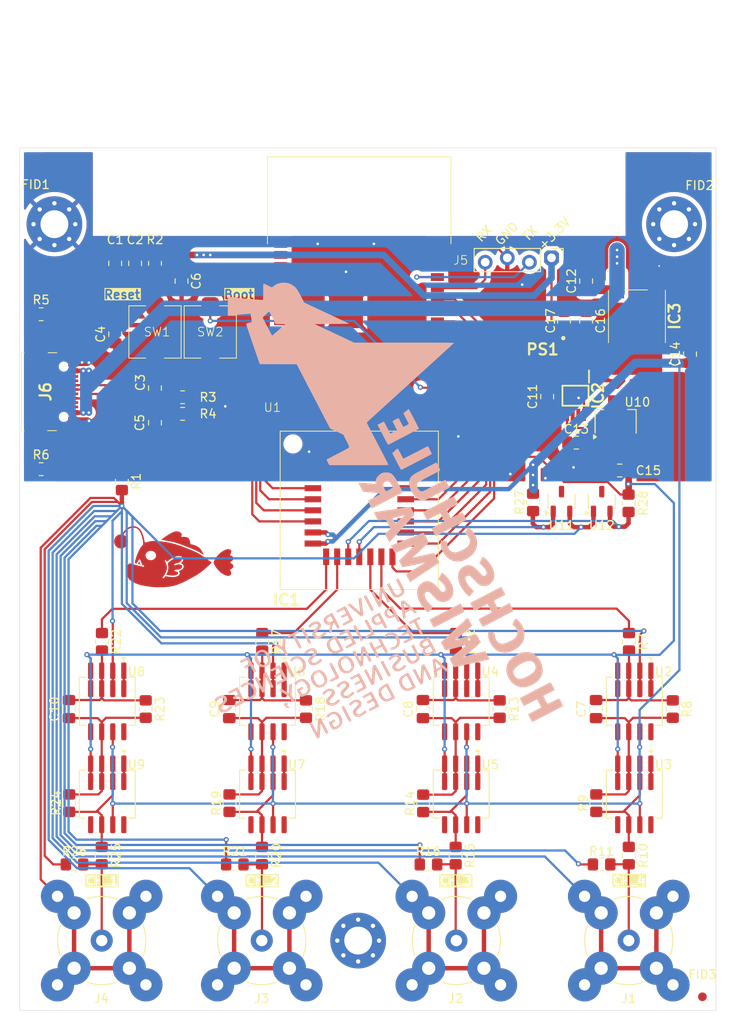
<source format=kicad_pcb>
(kicad_pcb (version 20240108) (generator "pcbnew") (generator_version "8.0")
  (layers (0 "F.Cu" signal) (31 "B.Cu" signal) (34 "B.Paste" user) (35 "F.Paste" user) (36 "B.SilkS" user "B.Silkscreen") (37 "F.SilkS" user "F.Silkscreen") (38 "B.Mask" user) (39 "F.Mask" user) (44 "Edge.Cuts" user))
  (net 0 "")
  (net 1 "GND")
  (net 2 "+3.3V")
  (net 3 "/ESP32-S3/USB_DM")
  (net 4 "/ESP32-S3/EN")
  (net 5 "/ESP32-S3/USB_DP")
  (net 6 "Net-(U2-+)")
  (net 7 "Net-(U3-+)")
  (net 8 "Net-(U4-+)")
  (net 9 "Net-(U5-+)")
  (net 10 "Net-(U6-+)")
  (net 11 "Net-(U7-+)")
  (net 12 "Net-(U9-+)")
  (net 13 "Net-(U8-+)")
  (net 14 "Net-(IC2-CAP-)")
  (net 15 "Net-(IC2-CAP+)")
  (net 16 "Net-(IC2-VOUT)")
  (net 17 "+5V")
  (net 18 "-5V")
  (net 19 "/DB4")
  (net 20 "/VOUTB")
  (net 21 "/ADD1")
  (net 22 "/DB1")
  (net 23 "/VOUTC")
  (net 24 "/DB6")
  (net 25 "/Load_Data")
  (net 26 "/DB8")
  (net 27 "/DB2")
  (net 28 "/VOUTA")
  (net 29 "/DB11")
  (net 30 "/VOUTD")
  (net 31 "/DB3")
  (net 32 "/DB0")
  (net 33 "/DB7")
  (net 34 "/DB5")
  (net 35 "/DB9")
  (net 36 "/RST")
  (net 37 "/ADD0")
  (net 38 "/DB10")
  (net 39 "/R{slash}!W")
  (net 40 "/~{CS}")
  (net 43 "GNDA")
  (net 44 "/OPV_mit_Tiefpass/EEG_Out")
  (net 45 "/OPV_mit_Tiefpass1/EEG_Out")
  (net 46 "/OPV_mit_Tiefpass2/EEG_Out")
  (net 47 "/OPV_mit_Tiefpass3/EEG_Out")
  (net 48 "Net-(J5-Pin_2)")
  (net 49 "Net-(J5-Pin_4)")
  (net 50 "Net-(U1-IO19)")
  (net 51 "Net-(U1-IO20)")
  (net 52 "Net-(U3--)")
  (net 53 "Net-(U5--)")
  (net 54 "Net-(U7--)")
  (net 55 "Net-(U9--)")
  (net 56 "Net-(U1-IO0)")
  (net 70 "Net-(J6-CC1)")
  (net 71 "unconnected-(U2-NULL-Pad1)")
  (net 73 "Net-(J6-CC2)")
  (net 75 "unconnected-(U3-NULL-Pad1)")
  (net 79 "unconnected-(U4-NULL-Pad1)")
  (net 84 "unconnected-(U5-NULL-Pad1)")
  (net 86 "unconnected-(U6-NULL-Pad1)")
  (net 91 "unconnected-(U7-NULL-Pad1)")
  (net 95 "unconnected-(U8-NULL-Pad1)")
  (net 98 "unconnected-(U9-NULL-Pad1)")
  (net 103 "+5V_EX")
  (net 106 "V_REFL")
  (net 107 "V_REFH")
  (footprint "Resistor_SMD:R_0805_2012Metric_Pad1.20x1.40mm_HandSolder" (layer "F.Cu") (at 133.731 81.788 180)
    (property "Reference" "R4")
    (property "Value" "22")
  )
  (footprint "Resistor_SMD:R_0805_2012Metric_Pad1.20x1.40mm_HandSolder" (layer "F.Cu") (at 120.7008 126.4666 -90)
    (property "Reference" "R24")
    (property "Value" "0R")
  )
  (footprint "Capacitor_SMD:C_0805_2012Metric_Pad1.18x1.45mm_HandSolder" (layer "F.Cu") (at 183.9468 88.2904 180)
    (property "Reference" "C15")
    (property "Value" "0.1µF")
  )
  (footprint "MountingHole:MountingHole_3.2mm_M3_Pad_Via" (layer "F.Cu") (at 190.1952 60.0202)
    (property "Reference" "H1" (hide yes))
    (property "Value" "MountingHole_Pad" (hide yes))
  )
  (footprint "Package_TO_SOT_SMD:SOT-23-3" (layer "F.Cu") (at 181.8822 91.8464 90)
    (property "Reference" "U12")
    (property "Value" "TS4061AILT-1.25")
  )
  (footprint "Fiducial:Fiducial_1mm_Mask3mm" (layer "F.Cu") (at 116.8146 53.086)
    (property "Reference" "FID1")
    (property "Value" "Fiducial" (hide yes))
  )
  (footprint "Resistor_SMD:R_0805_2012Metric_Pad1.20x1.40mm_HandSolder" (layer "F.Cu") (at 184.9628 92.0496 90)
    (property "Reference" "R28")
    (property "Value" "1k")
  )
  (footprint "Stecker:BNC_THT_Socket" (layer "F.Cu") (at 124.4346 142.24 90)
    (property "Reference" "J4")
    (property "Value" "Conn_Coaxial")
  )
  (footprint "Stecker:BNC_THT_Socket" (layer "F.Cu") (at 165.1762 142.24 90)
    (property "Reference" "J2")
    (property "Value" "Conn_Coaxial")
  )
  (footprint "LDO:SON65P200X200X80-7N" (layer "F.Cu") (at 178.816 74.422)
    (property "Reference" "PS1")
    (property "Value" "TLV75733PDRVR" (hide yes))
  )
  (footprint "Capacitor_SMD:C_0805_2012Metric_Pad1.18x1.45mm_HandSolder" (layer "F.Cu") (at 120.6754 115.6716 90)
    (property "Reference" "C10")
    (property "Value" "1µ")
  )
  (footprint "SOIC:SOIC-8_4_5.3_combo_P1.27mm" (layer "F.Cu") (at 185.6232 126.4666 -90)
    (property "Reference" "U3")
    (property "Value" "TL071CDR")
  )
  (footprint "SOIC:SOIC-8_4_5.3_combo_P1.27mm" (layer "F.Cu") (at 143.4846 115.7986 -90)
    (property "Reference" "U6")
    (property "Value" "TL071CDR")
  )
  (footprint "Capacitor_SMD:C_0805_2012Metric_Pad1.18x1.45mm_HandSolder" (layer "F.Cu") (at 125.984 72.644 90)
    (property "Reference" "C4")
    (property "Value" "0,1µ")
  )
  (footprint "Stecker:BNC_THT_Socket" (layer "F.Cu") (at 142.8242 142.24 90)
    (property "Reference" "J3")
    (property "Value" "Conn_Coaxial")
  )
  (footprint "Button:Takt_Schalter_Aliexpress" (layer "F.Cu") (at 130.556 69.39 -90)
    (property "Reference" "SW1")
    (property "Value" "Reset")
  )
  (footprint "SOIC:SOIC-8_4_5.3_combo_P1.27mm" (layer "F.Cu") (at 143.4846 126.4666 -90)
    (property "Reference" "U7")
    (property "Value" "TL071CDR")
  )
  (footprint "SOIC:SOIC-8_4_5.3_combo_P1.27mm" (layer "F.Cu") (at 125.0696 115.7986 -90)
    (property "Reference" "U8")
    (property "Value" "TL071CDR")
  )
  (footprint "LDO:NCV1117DT50RKG" (layer "F.Cu") (at 185.928 70.612 180)
    (property "Reference" "IC3")
    (property "Value" "NCV1117DT50RKG" (hide yes))
  )
  (footprint "Capacitor_SMD:C_0805_2012Metric_Pad1.18x1.45mm_HandSolder" (layer "F.Cu") (at 133.604 66.548 -90)
    (property "Reference" "C6")
    (property "Value" "1µ")
  )
  (footprint "Resistor_SMD:R_0805_2012Metric_Pad1.20x1.40mm_HandSolder" (layer "F.Cu") (at 126.748564 89.53108 -90)
    (property "Reference" "R1")
    (property "Value" "0R")
  )
  (footprint "DAC:842821B1RKTP" (layer "F.Cu") (at 154.0256 92.8624 180)
    (property "Reference" "IC1")
    (property "Value" "DAC8412FPZ" (hide yes))
  )
  (footprint "Capacitor_SMD:C_0805_2012Metric_Pad1.18x1.45mm_HandSolder" (layer "F.Cu") (at 130.550674 78.829533 90)
    (property "Reference" "C3")
    (property "Value" "15pF")
  )
  (footprint "SOIC:SOIC-8_4_5.3_combo_P1.27mm" (layer "F.Cu") (at 165.735 115.7986 -90)
    (property "Reference" "U4")
    (property "Value" "TL071CDR")
  )
  (footprint "Resistor_SMD:R_0805_2012Metric_Pad1.20x1.40mm_HandSolder" (layer "F.Cu") (at 170.1546 115.6716 -90)
    (property "Reference" "R13")
    (property "Value" "1K")
  )
  (footprint "MountingHole:MountingHole_3.2mm_M3_Pad_Via" (layer "F.Cu") (at 118.999 60.0202)
    (property "Reference" "H2" (hide yes))
    (property "Value" "MountingHole_Pad" (hide yes))
  )
  (footprint "Resistor_SMD:R_0805_2012Metric_Pad1.20x1.40mm_HandSolder" (layer "F.Cu") (at 133.731 79.883 180)
    (property "Reference" "R3")
    (property "Value" "22")
  )
  (footprint "Resistor_SMD:R_0805_2012Metric_Pad1.20x1.40mm_HandSolder" (layer "F.Cu") (at 147.9042 115.6716 -90)
    (property "Reference" "R18")
    (property "Value" "1K")
  )
  (footprint "Resistor_SMD:R_0805_2012Metric_Pad1.20x1.40mm_HandSolder" (layer "F.Cu") (at 142.8496 132.4864 -90)
    (property "Reference" "R20")
    (property "Value" "1K")
  )
  (footprint "Resistor_SMD:R_0805_2012Metric_Pad1.20x1.40mm_HandSolder" (layer "F.Cu") (at 165.1 132.4864 -90)
    (property "Reference" "R15")
    (property "Value" "1K")
  )
  (footprint "Capacitor_SMD:C_0805_2012Metric_Pad1.18x1.45mm_HandSolder" (layer "F.Cu") (at 192.024 74.93 90)
    (property "Reference" "C14")
    (property "Value" "10µF")
  )
  (footprint "Capacitor_SMD:C_0805_2012Metric_Pad1.18x1.45mm_HandSolder" (layer "F.Cu") (at 181.229 115.6716 90)
    (property "Reference" "C7")
    (property "Value" "1µ")
  )
  (footprint "Package_TO_SOT_SMD:SOT-89-3_Handsoldering" (layer "F.Cu") (at 183.4763 82.6564 90)
    (property "Reference" "U10")
    (property "Value" "DI79L05UAB")
  )
  (footprint "Resistor_SMD:R_0805_2012Metric_Pad1.20x1.40mm_HandSolder" (layer "F.Cu") (at 184.9882 132.4864 -90)
    (property "Reference" "R10")
    (property "Value" "1K")
  )
  (footprint "Fiducial:Fiducial_1mm_Mask3mm" (layer "F.Cu") (at 193.1162 53.1368)
    (property "Reference" "FID2")
    (property "Value" "Fiducial" (hide yes))
  )
  (footprint "Package_TO_SOT_SMD:SOT-23-3" (layer "F.Cu") (at 177.2572 91.8464 90)
    (property "Reference" "U11")
    (property "Value" "TS4061AILT-1.25")
  )
  (footprint "Capacitor_SMD:C_0805_2012Metric_Pad1.18x1.45mm_HandSolder" (layer "F.Cu") (at 139.0904 115.6716 90)
    (property "Reference" "C9")
    (property "Value" "1µ")
  )
  (footprint "Resistor_SMD:R_0805_2012Metric_Pad1.20x1.40mm_HandSolder" (layer "F.Cu") (at 181.864 133.5024 180)
    (property "Reference" "R11")
    (property "Value" "1")
  )
  (footprint "Resistor_SMD:R_0805_2012Metric_Pad1.20x1.40mm_HandSolder" (layer "F.Cu") (at 124.4346 132.4864 -90)
    (property "Reference" "R25")
    (property "Value" "1K")
  )
  (footprint "Button:Takt_Schalter_Aliexpress" (layer "F.Cu") (at 136.906 69.39 -90)
    (property "Reference" "SW2")
    (property "Value" "Boot")
  )
  (footprint "SOIC:SOIC-8_4_5.3_combo_P1.27mm" (layer "F.Cu") (at 185.6232 115.7986 -90)
    (property "Reference" "U2")
    (property "Value" "TL071CDR")
  )
  (footprint "Resistor_SMD:R_0805_2012Metric_Pad1.20x1.40mm_HandSolder" (layer "F.Cu") (at 185.0136 107.95 -90)
    (property "Reference" "R7")
    (property "Value" "1K")
  )
  (footprint "Resistor_SMD:R_0805_2012Metric_Pad1.20x1.40mm_HandSolder" (layer "F.Cu") (at 129.4892 115.6716 -90)
    (property "Reference" "R23")
    (property "Value" "1K")
  )
  (footprint "Capacitor_SMD:C_0805_2012Metric_Pad1.18x1.45mm_HandSolder" (layer "F.Cu") (at 128.27 64.516 -90)
    (property "Reference" "C2")
    (property "Value" "0.1µF")
  )
  (footprint "Resistor_SMD:R_0805_2012Metric_Pad1.20x1.40mm_HandSolder" (layer "F.Cu") (at 142.875 107.95 -90)
    (property "Reference" "R17")
    (property "Value" "1K")
  )
  (footprint "SOIC:SOIC-8_4_5.3_combo_P1.27mm" (layer "F.Cu") (at 125.0696 126.4666 -90)
    (property "Reference" "U9")
    (property "Value" "TL071CDR")
  )
  (footprint "Fiducial:Fiducial_1mm_Mask3mm" (layer "F.Cu") (at 193.4464 148.6916)
    (property "Reference" "FID3")
    (property "Value" "Fiducial")
  )
  (footprint "Resistor_SMD:R_0805_2012Metric_Pad1.20x1.40mm_HandSolder" (layer "F.Cu") (at 161.9758 133.5024 180)
    (property "Reference" "R16")
    (property "Value" "1")
  )
  (footprint "Resistor_SMD:R_0805_2012Metric_Pad1.20x1.40mm_HandSolder" (layer "F.Cu") (at 139.1158 126.4666 -90)
    (property "Reference" "R19")
    (property "Value" "0R")
  )
  (footprint "Resistor_SMD:R_0805_2012Metric_Pad1.20x1.40mm_HandSolder" (layer "F.Cu") (at 117.475 88.138)
    (property "Reference" "R6")
    (property "Value" "5.1K")
  )
  (footprint "Stecker:BNC_THT_Socket" (layer "F.Cu") (at 184.9882 142.24 90)
    (property "Reference" "J1")
    (property "Value" "Conn_Coaxial")
  )
  (footprint "Resistor_SMD:R_0805_2012Metric_Pad1.20x1.40mm_HandSolder" (layer "F.Cu") (at 181.2544 126.4666 -90)
    (property "Reference" "R9")
    (property "Value" "0R")
  )
  (footprint "Capacitor_SMD:C_0805_2012Metric_Pad1.18x1.45mm_HandSolder" (layer "F.Cu") (at 175.6156 79.8068 90)
    (property "Reference" "C11")
    (property "Value" "10µF")
  )
  (footprint "Fisch:Fischi" (layer "F.Cu") (at 131.6228 99.441)
    (property "Reference" "L1" (hide yes))
    (property "Value" "~" (hide yes))
  )
  (footprint "Resistor_SMD:R_0805_2012Metric_Pad1.20x1.40mm_HandSolder" (layer "F.Cu") (at 190.0428 115.6716 -90)
    (property "Reference" "R8")
    (property "Value" "1K")
  )
  (footprint "Capacitor_SMD:C_0805_2012Metric_Pad1.18x1.45mm_HandSolder" (layer "F.Cu") (at 178.9684 85.09)
    (property "Reference" "C13")
    (property "Value" "0.33µF")
  )
  (footprint "Capacitor_SMD:C_0805_2012Metric_Pad1.18x1.45mm_HandSolder" (layer "F.Cu") (at 161.3408 115.6716 90)
    (property "Reference" "C8")
    (property "Value" "1µ")
  )
  (footprint "Resistor_SMD:R_0805_2012Metric_Pad1.20x1.40mm_HandSolder" (layer "F.Cu") (at 173.99 91.948 -90)
    (property "Reference" "R27")
    (property "Value" "1k")
  )
  (footprint "Capacitor_SMD:C_0805_2012Metric_Pad1.18x1.45mm_HandSolder" (layer "F.Cu") (at 130.556 82.804 -90)
    (property "Reference" "C5")
    (property "Value" "15pF")
  )
  (footprint "Resistor_SMD:R_0805_2012Metric_Pad1.20x1.40mm_HandSolder" (layer "F.Cu") (at 124.46 107.95 -90)
    (property "Reference" "R22")
    (property "Value" "1K")
  )
  (footprint "MountingHole:MountingHole_3.2mm_M3_Pad_Via" (layer "F.Cu") (at 153.8986 142.24)
    (property "Reference" "H3" (hide yes))
    (property "Value" "MountingHole_Pad" (hide yes))
  )
  (footprint "Resistor_SMD:R_0805_2012Metric_Pad1.20x1.40mm_HandSolder" (layer "F.Cu") (at 130.556 64.516 -90)
    (property "Reference" "R2")
    (property "Value" "5.1K")
  )
  (footprint "Stecker:Steckerleiste_1x4_2,54mm" (layer "F.Cu") (at 176.1125 64.135 -90)
    (property "Reference" "J5")
    (property "Value" "Conn_01x04_Pin" (hide yes))
  )
  (footprint "USB-C:USB4110GFA" (layer "F.Cu") (at 117.475 79.248 -90)
    (property "Reference" "J6")
    (property "Value" "USB4110-GF-A" (hide yes))
  )
  (footprint "Capacitor_SMD:C_0805_2012Metric_Pad1.18x1.45mm_HandSolder" (layer "F.Cu") (at 177.546 71.12 90)
    (property "Reference" "C17")
    (property "Value" "10µF")
  )
  (footprint "Capacitor_SMD:C_0805_2012Metric_Pad1.18x1.45mm_HandSolder" (layer "F.Cu") (at 180.086 71.12 90)
    (property "Reference" "C16")
    (property "Value" "10µF")
  )
  (footprint "Voltage_Converter:SOP65P490X110-8N" (layer "F.Cu") (at 178.8668 79.7052 -90)
    (property "Reference" "IC2")
    (property "Value" "TL7660CDGKR" (hide yes))
  )
  (footprint "Capacitor_SMD:C_0805_2012Metric_Pad1.18x1.45mm_HandSolder" (layer "F.Cu") (at 125.984 64.516 -90)
    (property "Reference" "C1")
    (property "Value" "22µF")
  )
  (footprint "SOIC:SOIC-8_4_5.3_combo_P1.27mm" (layer "F.Cu") (at 165.735 126.4666 -90)
    (property "Reference" "U5")
    (property "Value" "TL071CDR")
  )
  (footprint "Resistor_SMD:R_0805_2012Metric_Pad1.20x1.40mm_HandSolder" (layer "F.Cu") (at 121.3104 133.5024 180)
    (property "Reference" "R26")
    (property "Value" "1")
  )
  (footprint "Resistor_SMD:R_0805_2012Metric_Pad1.20x1.40mm_HandSolder" (layer "F.Cu") (at 139.7254 133.5024 180)
    (property "Reference" "R21")
    (property "Value" "1")
  )
  (footprint "Resistor_SMD:R_0805_2012Metric_Pad1.20x1.40mm_HandSolder" (layer "F.Cu") (at 161.3662 126.492 -90)
    (property "Reference" "R14")
    (property "Value" "0R")
  )
  (footprint "Resistor_SMD:R_0805_2012Metric_Pad1.20x1.40mm_HandSolder" (layer "F.Cu") (at 165.1254 107.95 -90)
    (property "Reference" "R12")
    (property "Value" "1K")
  )
  (footprint "Capacitor_SMD:C_0805_2012Metric_Pad1.18x1.45mm_HandSolder" (layer "F.Cu") (at 180.086 66.548 90)
    (property "Reference" "C12")
    (property "Value" "10µF")
  )
  (footprint "Resistor_SMD:R_0805_2012Metric_Pad1.20x1.40mm_HandSolder" (layer "F.Cu") (at 117.475 70.358)
    (property "Reference" "R5")
    (property "Value" "5.1K")
  )
  (footprint "ESP32:ESP32-S3-WROOM-1-N16R8" (layer "F.Cu") (at 145 62.28)
    (property "Reference" "U1")
    (property "Value" "ESP32-S3-WROOM-1-N16R8")
  )
  (footprint "Logos:HS_Wismar_Corporate_Design" (layer "B.Cu") (at 157.4038 94.361 180)
    (property "Reference" "L2" (hide yes))
    (property "Value" "~" (hide yes))
  )
  (gr_rect (start 115 51.2572) (end 195 150.2564) (stroke (width 0.05)) (fill none) (layer "Edge.Cuts"))
  (gr_text "Boot" (at 140.1826 68.0974 0) (layer "F.SilkS" knockout) (effects (font (size 1 1) (thickness 0.2) (bold yes))))
  (gr_text "+3.3V\n" (at 176.4284 61.1124 45) (layer "F.SilkS") (effects (font (size 1 1))))
  (gr_text "CH_3" (at 165.1254 135.382 0) (layer "F.SilkS" knockout) (effects (font (size 1 1) (thickness 0.2) (bold yes))))
  (gr_text "TX" (at 173.6344 61.1124 45) (layer "F.SilkS") (effects (font (size 1 1))))
  (gr_text "GND\n" (at 170.9674 61.1124 45) (layer "F.SilkS") (effects (font (size 1 1))))
  (gr_text "RX" (at 168.3512 61.1124 45) (layer "F.SilkS") (effects (font (size 1 1))))
  (gr_text "CH_2" (at 142.875 135.382 0) (layer "F.SilkS" knockout) (effects (font (size 1 1) (thickness 0.2) (bold yes))))
  (gr_text "CH_4" (at 185.0136 135.382 0) (layer "F.SilkS" knockout) (effects (font (size 1 1) (thickness 0.2) (bold yes))))
  (gr_text "CH_1" (at 124.46 135.382 0) (layer "F.SilkS" knockout) (effects (font (size 1 1) (thickness 0.2) (bold yes))))
  (gr_text "Reset" (at 126.7714 68.0974 0) (layer "F.SilkS" knockout) (effects (font (size 1 1) (thickness 0.2) (bold yes))))
  (segment (start 152.5 65.4828) (end 152.5 70) (width 0.762) (layer "F.Cu") (net 1))
  (segment (start 152.5016 65.4812) (end 152.5 65.4828) (width 0.762) (layer "F.Cu") (net 1))
  (segment (start 178.816 74.422) (end 178.816 75.3364) (width 0.254) (layer "F.Cu") (net 1))
  (segment (start 178.5516 75.072) (end 178.816 75.3364) (width 0.254) (layer "F.Cu") (net 1))
  (segment (start 155.702 62.2808) (end 152.5016 65.4812) (width 0.762) (layer "F.Cu") (net 1))
  (segment (start 121.153 82.448) (end 122.832057 82.448) (width 0.508) (layer "F.Cu") (net 1))
  (segment (start 116.475 88.138) (end 116.475 84.531) (width 0.508) (layer "F.Cu") (net 1))
  (segment (start 149.2504 62.28) (end 149.3004 62.28) (width 0.762) (layer "F.Cu") (net 1))
  (segment (start 155.7028 62.28) (end 155.702 62.2808) (width 0.762) (layer "F.Cu") (net 1))
  (segment (start 178.5418 80.6398) (end 179.2224 79.9592) (width 0.254) (layer "F.Cu") (net 1))
  (segment (start 176.2864 75.072) (end 176.1236 75.2348) (width 0.254) (layer "F.Cu") (net 1))
  (segment (start 122.8174 76.048) (end 122.9614 75.904) (width 0.508) (layer "F.Cu") (net 1))
  (segment (start 178.5418 76.1186) (end 178.5418 77.5052) (width 0.254) (layer "F.Cu") (net 1))
  (segment (start 163 62.28) (end 155.7028 62.28) (width 0.762) (layer "F.Cu") (net 1))
  (segment (start 169.0624 90.7288) (end 169.0624 68.0212) (width 0.254) (layer "F.Cu") (net 1))
  (segment (start 177.766 75.072) (end 176.2864 75.072) (width 0.254) (layer "F.Cu") (net 1))
  (segment (start 145 62.28) (end 149.2504 62.28) (width 0.762) (layer "F.Cu") (net 1))
  (segment (start 169.0624 68.0212) (end 171.0325 66.0511) (width 0.254) (layer "F.Cu") (net 1))
  (segment (start 149.3004 62.28) (end 152.5016 65.4812) (width 0.762) (layer "F.Cu") (net 1))
  (segment (start 122.832057 82.448) (end 122.976046 82.591989) (width 0.508) (layer "F.Cu") (net 1))
  (segment (start 171.0325 66.0511) (end 171.0325 63.881) (width 0.254) (layer "F.Cu") (net 1))
  (segment (start 121.153 76.048) (end 122.8174 76.048) (width 0.508) (layer "F.Cu") (net 1))
  (segment (start 163.88 62.28) (end 164.338 62.738) (width 0.254) (layer "F.Cu") (net 1))
  (segment (start 164.338 62.738) (end 169.8895 62.738) (width 0.254) (layer "F.Cu") (net 1))
  (segment (start 116.475 84.531) (end 116.648 84.358) (width 0.508) (layer "F.Cu") (net 1))
  (segment (start 178.816 75.8444) (end 178.5418 76.1186) (width 0.254) (layer "F.Cu") (net 1))
  (segment (start 163.1188 96.6724) (end 169.0624 90.7288) (width 0.254) (layer "F.Cu") (net 1))
  (segment (start 169.8895 62.738) (end 171.0325 63.881) (width 0.254) (layer "F.Cu") (net 1))
  (segment (start 178.816 75.3364) (end 178.816 75.8444) (width 0.254) (layer "F.Cu") (net 1))
  (segment (start 178.5418 81.9052) (end 178.5418 80.6398) (width 0.254) (layer "F.Cu") (net 1))
  (segment (start 177.766 75.072) (end 178.5516 75.072) (width 0.254) (layer "F.Cu") (net 1))
  (segment (start 159.3556 96.6724) (end 163.1188 96.6724) (width 0.254) (layer "F.Cu") (net 1))
  (segment (start 163 62.28) (end 163.88 62.28) (width 0.254) (layer "F.Cu") (net 1))
  (via (at 149.2504 62.28) (size 0.6) (drill 0.3) (layers "F.Cu" "B.Cu") (net 1))
  (via (at 175.4124 89.1794) (size 0.6) (drill 0.3) (layers "F.Cu" "B.Cu") (net 1))
  (via (at 179.2224 79.9592) (size 0.6) (drill 0.3) (layers "F.Cu" "B.Cu") (net 1))
  (via (at 152.5016 65.4812) (size 0.6) (drill 0.3) (layers "F.Cu" "B.Cu") (net 1))
  (via (at 178.6382 87.9348) (size 0.6) (drill 0.3) (layers "F.Cu" "B.Cu") (net 1))
  (via (at 122.976046 82.591989) (size 0.6) (drill 0.3) (layers "F.Cu" "B.Cu") (net 1))
  (via (at 155.702 62.2808) (size 0.6) (drill 0.3) (layers "F.Cu" "B.Cu") (net 1))
  (via (at 122.9614 75.904) (size 0.6) (drill 0.3) (layers "F.Cu" "B.Cu") (net 1))
  (via (at 138.6332 80.9244) (size 0.6) (drill 0.3) (layers "F.Cu" "B.Cu") (net 1))
  (via (at 165.4048 84.3788) (size 0.6) (drill 0.3) (layers "F.Cu" "B.Cu") (net 1))
  (via (at 171.3738 88.6968) (size 0.6) (drill 0.3) (layers "F.Cu" "B.Cu") (net 1))
  (via (at 148.2598 86.1314) (size 0.6) (drill 0.3) (layers "F.Cu" "B.Cu") (net 1))
  (via (at 172.7454 66.9544) (size 0.6) (drill 0.3) (layers "F.Cu" "B.Cu") (net 1))
  (segment (start 176.599 72.1575) (end 177.546 72.1575) (width 0.254) (layer "F.Cu") (net 2))
  (segment (start 135.382 63.55) (end 126.1665 63.55) (width 0.762) (layer "F.Cu") (net 2))
  (segment (start 176.823 73.772) (end 176.1125 73.0615) (width 0.254) (layer "F.Cu") (net 2))
  (segment (start 176.1125 73.0615) (end 176.1125 72.644) (width 0.254) (layer "F.Cu") (net 2))
  (segment (start 176.1125 72.644) (end 176.599 72.1575) (width 0.254) (layer "F.Cu") (net 2))
  (segment (start 136.906 63.55) (end 136.144 63.55) (width 0.762) (layer "F.Cu") (net 2))
  (segment (start 145 63.55) (end 136.906 63.55) (width 0.762) (layer "F.Cu") (net 2))
  (segment (start 177.766 73.772) (end 176.823 73.772) (width 0.254) (layer "F.Cu") (net 2))
  (segment (start 176.1125 73.0615) (end 176.1125 63.881) (width 0.254) (layer "F.Cu") (net 2))
  (segment (start 126.1665 63.55) (end 125.984 63.7325) (width 0.762) (layer "F.Cu") (net 2))
  (segment (start 136.144 63.55) (end 135.382 63.55) (width 0.762) (layer "F.Cu") (net 2))
  (via (at 136.906 63.55) (size 0.6) (drill 0.3) (layers "F.Cu" "B.Cu") (net 2))
  (via (at 135.382 63.55) (size 0.6) (drill 0.3) (layers "F.Cu" "B.Cu") (net 2))
  (via (at 136.144 63.55) (size 0.6) (drill 0.3) (layers "F.Cu" "B.Cu") (net 2))
  (segment (start 176.1125 66.2035) (end 176.1125 63.881) (width 0.762) (layer "B.Cu") (net 2))
  (segment (start 135.382 63.55) (end 156.804894 63.55) (width 0.762) (layer "B.Cu") (net 2))
  (segment (start 161.465894 68.211) (end 174.105 68.211) (width 0.762) (layer "B.Cu") (net 2))
  (segment (start 156.804894 63.55) (end 161.465894 68.211) (width 0.762) (layer "B.Cu") (net 2))
  (segment (start 174.105 68.211) (end 176.1125 66.2035) (width 0.762) (layer "B.Cu") (net 2))
  (segment (start 119.9896 78.7824) (end 119.9896 79.1972) (width 0.254) (layer "F.Cu") (net 3))
  (segment (start 127.0628 78.498) (end 128.431833 79.867033) (width 0.254) (layer "F.Cu") (net 3))
  (segment (start 121.153 78.498) (end 127.0628 78.498) (width 0.254) (layer "F.Cu") (net 3))
  (segment (start 120.274 78.498) (end 119.9896 78.7824) (width 0.254) (layer "F.Cu") (net 3))
  (segment (start 119.9896 79.1972) (end 120.2904 79.498) (width 0.254) (layer "F.Cu") (net 3))
  (segment (start 120.2904 79.498) (end 121.153 79.498) (width 0.254) (layer "F.Cu") (net 3))
  (segment (start 130.550674 79.867033) (end 132.715033 79.867033) (width 0.254) (layer "F.Cu") (net 3))
  (segment (start 132.715033 79.867033) (end 132.731 79.883) (width 0.254) (layer "F.Cu") (net 3))
  (segment (start 128.431833 79.867033) (end 130.550674 79.867033) (width 0.254) (layer "F.Cu") (net 3))
  (segment (start 121.153 78.498) (end 120.274 78.498) (width 0.254) (layer "F.Cu") (net 3))
  (segment (start 130.556 65.516) (end 133.5985 65.516) (width 0.508) (layer "F.Cu") (net 4))
  (segment (start 133.5985 65.516) (end 133.604 65.5105) (width 0.762) (layer "F.Cu") (net 4))
  (segment (start 145 64.82) (end 137.364 64.82) (width 0.508) (layer "F.Cu") (net 4))
  (segment (start 130.556 70.6628) (end 130.556 69.39) (width 0.508) (layer "F.Cu") (net 4))
  (segment (start 136.6735 65.5105) (end 133.604 65.5105) (width 0.508) (layer "F.Cu") (net 4))
  (segment (start 129.6123 71.6065) (end 130.556 70.6628) (width 0.508) (layer "F.Cu") (net 4))
  (segment (start 137.364 64.82) (end 136.6735 65.5105) (width 0.508) (layer "F.Cu") (net 4))
  (segment (start 125.984 71.6065) (end 129.6123 71.6065) (width 0.508) (layer "F.Cu") (net 4))
  (segment (start 130.556 65.516) (end 130.556 69.39) (width 0.508) (layer "F.Cu") (net 4))
  (segment (start 126.5936 79.502) (end 128.8581 81.7665) (width 0.254) (layer "F.Cu") (net 5))
  (segment (start 122.7328 79.502) (end 122.7328 79.5528) (width 0.254) (layer "F.Cu") (net 5))
  (segment (start 122.2646 80.021) (end 121.176 80.021) (width 0.254) (layer "F.Cu") (net 5))
  (segment (start 132.7095 81.7665) (end 132.731 81.788) (width 0.254) (layer "F.Cu") (net 5))
  (segment (start 130.556 81.7665) (end 132.7095 81.7665) (width 0.254) (layer "F.Cu") (net 5))
  (segment (start 122.7328 79.502) (end 126.5936 79.502) (width 0.254) (layer "F.Cu") (net 5))
  (segment (start 121.176 80.021) (end 121.153 79.998) (width 0.254) (layer "F.Cu") (net 5))
  (segment (start 122.7328 79.5528) (end 122.2646 80.021) (width 0.254) (layer "F.Cu") (net 5))
  (segment (start 121.153 78.998) (end 122.2288 78.998) (width 0.254) (layer "F.Cu") (net 5))
  (segment (start 122.2288 78.998) (end 122.7328 79.502) (width 0.254) (layer "F.Cu") (net 5))
  (segment (start 128.8581 81.7665) (end 130.556 81.7665) (width 0.254) (layer "F.Cu") (net 5))
  (segment (start 190.0428 114.6716) (end 185.2582 114.6716) (width 0.254) (layer "F.Cu") (net 6))
  (segment (start 185.0136 108.95) (end 185.0136 111.2482) (width 0.254) (layer "F.Cu") (net 6))
  (segment (start 184.9882 113.3236) (end 184.9882 111.2736) (width 0.254) (layer "F.Cu") (net 6))
  (segment (start 184.7557 114.6341) (end 181.229 114.6341) (width 0.254) (layer "F.Cu") (net 6))
  (segment (start 184.9882 114.4016) (end 184.7557 114.6341) (width 0.254) (layer "F.Cu") (net 6))
  (segment (start 185.2582 114.6716) (end 184.9882 114.4016) (width 0.254) (layer "F.Cu") (net 6))
  (segment (start 184.9882 113.3236) (end 184.9882 114.4016) (width 0.254) (layer "F.Cu") (net 6))
  (segment (start 185.0136 111.2482) (end 184.9882 111.2736) (width 0.254) (layer "F.Cu") (net 6))
  (segment (start 184.5271 116.7091) (end 181.229 116.7091) (width 0.254) (layer "F.Cu") (net 7))
  (segment (start 184.9882 118.2736) (end 184.9882 121.9416) (width 0.254) (layer "F.Cu") (net 7))
  (segment (start 184.9882 117.1702) (end 184.5271 116.7091) (width 0.254) (layer "F.Cu") (net 7))
  (segment (start 185.4868 116.6716) (end 184.9882 117.1702) (width 0.254) (layer "F.Cu") (net 7))
  (segment (start 190.0428 116.6716) (end 185.4868 116.6716) (width 0.254) (layer "F.Cu") (net 7))
  (segment (start 184.9882 125.0816) (end 184.6032 125.4666) (width 0.254) (layer "F.Cu") (net 7))
  (segment (start 184.9882 123.9916) (end 184.9882 125.0816) (width 0.254) (layer "F.Cu") (net 7))
  (segment (start 184.6032 125.4666) (end 181.2544 125.4666) (width 0.254) (layer "F.Cu") (net 7))
  (segment (start 184.9882 123.9916) (end 184.9882 121.9416) (width 0.254) (layer "F.Cu") (net 7))
  (segment (start 184.9882 118.2736) (end 184.9882 117.1702) (width 0.254) (layer "F.Cu") (net 7))
  (segment (start 170.1546 114.6716) (end 165.37 114.6716) (width 0.254) (layer "F.Cu") (net 8))
  (segment (start 165.1254 111.2482) (end 165.1 111.2736) (width 0.254) (layer "F.Cu") (net 8))
  (segment (start 165.37 114.6716) (end 165.1 114.4016) (width 0.254) (layer "F.Cu") (net 8))
  (segment (start 165.1 113.3236) (end 165.1 111.2736) (width 0.254) (layer "F.Cu") (net 8))
  (segment (start 165.1 114.4016) (end 164.8675 114.6341) (width 0.254) (layer "F.Cu") (net 8))
  (segment (start 165.1 113.3236) (end 165.1 114.4016) (width 0.254) (layer "F.Cu") (net 8))
  (segment (start 165.1254 108.95) (end 165.1254 111.2482) (width 0.254) (layer "F.Cu") (net 8))
  (segment (start 164.8675 114.6341) (end 161.3408 114.6341) (width 0.254) (layer "F.Cu") (net 8))
  (segment (start 170.1546 116.6716) (end 165.5986 116.6716) (width 0.254) (layer "F.Cu") (net 9))
  (segment (start 165.1 118.2736) (end 165.1 117.1702) (width 0.254) (layer "F.Cu") (net 9))
  (segment (start 165.1 125.0816) (end 164.6896 125.492) (width 0.254) (layer "F.Cu") (net 9))
  (segment (start 164.6896 125.492) (end 161.3662 125.492) (width 0.254) (layer "F.Cu") (net 9))
  (segment (start 165.5986 116.6716) (end 165.1 117.1702) (width 0.254) (layer "F.Cu") (net 9))
  (segment (start 165.1 117.1702) (end 164.6389 116.7091) (width 0.254) (layer "F.Cu") (net 9))
  (segment (start 165.1 123.9916) (end 165.1 125.0816) (width 0.254) (layer "F.Cu") (net 9))
  (segment (start 165.1 118.2736) (end 165.1 121.9416) (width 0.254) (layer "F.Cu") (net 9))
  (segment (start 164.6389 116.7091) (end 161.3408 116.7091) (width 0.254) (layer "F.Cu") (net 9))
  (segment (start 165.1 123.9916) (end 165.1 121.9416) (width 0.254) (layer "F.Cu") (net 9))
  (segment (start 147.9042 114.6716) (end 143.1196 114.6716) (width 0.254) (layer "F.Cu") (net 10))
  (segment (start 142.8496 113.3236) (end 142.8496 114.4016) (width 0.254) (layer "F.Cu") (net 10))
  (segment (start 142.6171 114.6341) (end 139.0904 114.6341) (width 0.254) (layer "F.Cu") (net 10))
  (segment (start 143.1196 114.6716) (end 142.8496 114.4016) (width 0.254) (layer "F.Cu") (net 10))
  (segment (start 142.8496 113.3236) (end 142.8496 111.2736) (width 0.254) (layer "F.Cu") (net 10))
  (segment (start 142.875 111.2482) (end 142.8496 111.2736) (width 0.254) (layer "F.Cu") (net 10))
  (segment (start 142.8496 114.4016) (end 142.6171 114.6341) (width 0.254) (layer "F.Cu") (net 10))
  (segment (start 142.875 108.95) (end 142.875 111.2482) (width 0.254) (layer "F.Cu") (net 10))
  (segment (start 147.9042 116.6716) (end 143.3482 116.6716) (width 0.254) (layer "F.Cu") (net 11))
  (segment (start 142.8496 123.9916) (end 142.8496 125.0816) (width 0.254) (layer "F.Cu") (net 11))
  (segment (start 142.8496 125.0816) (end 142.4646 125.4666) (width 0.254) (layer "F.Cu") (net 11))
  (segment (start 142.8496 123.9916) (end 142.8496 121.9416) (width 0.254) (layer "F.Cu") (net 11))
  (segment (start 142.3885 116.7091) (end 139.0904 116.7091) (width 0.254) (layer "F.Cu") (net 11))
  (segment (start 142.4646 125.4666) (end 139.192 125.4666) (width 0.254) (layer "F.Cu") (net 11))
  (segment (start 142.8496 117.1702) (end 142.3885 116.7091) (width 0.254) (layer "F.Cu") (net 11))
  (segment (start 143.3482 116.6716) (end 142.8496 117.1702) (width 0.254) (layer "F.Cu") (net 11))
  (segment (start 142.8496 118.2736) (end 142.8496 121.9416) (width 0.254) (layer "F.Cu") (net 11))
  (segment (start 142.8496 118.2736) (end 142.8496 117.1702) (width 0.254) (layer "F.Cu") (net 11))
  (segment (start 124.0496 125.4666) (end 120.7516 125.4666) (width 0.254) (layer "F.Cu") (net 12))
  (segment (start 124.4346 117.1702) (end 123.9735 116.7091) (width 0.254) (layer "F.Cu") (net 12))
  (segment (start 124.4346 118.2736) (end 124.4346 117.1702) (width 0.254) (layer "F.Cu") (net 12))
  (segment (start 124.4346 125.0816) (end 124.0496 125.4666) (width 0.254) (layer "F.Cu") (net 12))
  (segment (start 124.4346 123.9916) (end 124.4346 121.9416) (width 0.254) (layer "F.Cu") (net 12))
  (segment (start 124.9332 116.6716) (end 124.4346 117.1702) (width 0.254) (layer "F.Cu") (net 12))
  (segment (start 123.9735 116.7091) (end 120.6754 116.7091) (width 0.254) (layer "F.Cu") (net 12))
  (segment (start 124.4346 123.9916) (end 124.4346 125.0816) (width 0.254) (layer "F.Cu") (net 12))
  (segment (start 129.4892 116.6716) (end 124.9332 116.6716) (width 0.254) (layer "F.Cu") (net 12))
  (segment (start 124.4346 118.2736) (end 124.4346 121.9416) (width 0.254) (layer "F.Cu") (net 12))
  (segment (start 124.2021 114.6341) (end 120.6754 114.6341) (width 0.254) (layer "F.Cu") (net 13))
  (segment (start 129.4892 114.6716) (end 124.7046 114.6716) (width 0.254) (layer "F.Cu") (net 13))
  (segment (start 124.46 108.95) (end 124.46 111.2482) (width 0.254) (layer "F.Cu") (net 13))
  (segment (start 124.4346 113.3236) (end 124.4346 114.4016) (width 0.254) (layer "F.Cu") (net 13))
  (segment (start 124.4346 114.4016) (end 124.2021 114.6341) (width 0.254) (layer "F.Cu") (net 13))
  (segment (start 124.4346 113.3236) (end 124.4346 111.2736) (width 0.254) (layer "F.Cu") (net 13))
  (segment (start 124.46 111.2482) (end 124.4346 111.2736) (width 0.254) (layer "F.Cu") (net 13))
  (segment (start 124.7046 114.6716) (end 124.4346 114.4016) (width 0.254) (layer "F.Cu") (net 13))
  (segment (start 177.8918 78.445) (end 177.5675 78.7693) (width 0.254) (layer "F.Cu") (net 14))
  (segment (start 177.5675 78.7693) (end 175.6156 78.7693) (width 0.254) (layer "F.Cu") (net 14))
  (segment (start 177.8918 77.5052) (end 177.8918 78.445) (width 0.254) (layer "F.Cu") (net 14))
  (segment (start 177.3721 80.8443) (end 179.1918 79.0246) (width 0.254) (layer "F.Cu") (net 15))
  (segment (start 179.1918 79.0246) (end 179.1918 77.5052) (width 0.254) (layer "F.Cu") (net 15))
  (segment (start 175.6156 80.8443) (end 177.3721 80.8443) (width 0.254) (layer "F.Cu") (net 15))
  (segment (start 177.8918 82.8592) (end 178.4462 83.4136) (width 0.254) (layer "F.Cu") (net 16))
  (segment (start 177.8918 81.9052) (end 177.8918 85.0509) (width 0.254) (layer "F.Cu") (net 16))
  (segment (start 183.4763 83.4136) (end 183.4763 85.0189) (width 0.254) (layer "F.Cu") (net 16))
  (segment (start 177.8918 81.9052) (end 177.8918 82.8592) (width 0.254) (layer "F.Cu") (net 16))
  (segment (start 177.8918 85.0509) (end 177.9309 85.09) (width 0.254) (layer "F.Cu") (net 16))
  (segment (start 178.4462 83.4136) (end 183.4763 83.4136) (width 0.254) (layer "F.Cu") (net 16))
  (segment (start 173.99 87.63) (end 173.99 88.8746) (width 0.762) (layer "F.Cu") (net 17))
  (segment (start 183.6928 78.7908) (end 184.4548 78.0288) (width 0.254) (layer "F.Cu") (net 17))
  (segment (start 187.6935 75.9675) (end 185.928 74.202) (width 1.016) (layer "F.Cu") (net 17))
  (segment (start 180.086 72.756) (end 181.102 73.772) (width 0.254) (layer "F.Cu") (net 17))
  (segment (start 125.7046 118.2736) (end 125.7046 120.015) (width 0.254) (layer "F.Cu") (net 17))
  (segment (start 189.7888 75.9675) (end 189.738 75.9675) (width 1.016) (layer "F.Cu") (net 17))
  (segment (start 179.8418 81.9052) (end 179.8418 80.2034) (width 0.254) (layer "F.Cu") (net 17))
  (segment (start 186.2582 120.015) (end 186.2328 120.0404) (width 0.254) (layer "F.Cu") (net 17))
  (segment (start 189.738 75.9675) (end 187.6935 75.9675) (width 1.016) (layer "F.Cu") (net 17))
  (segment (start 186.2582 118.2736) (end 186.2582 120.015) (width 0.254) (layer "F.Cu") (net 17))
  (segment (start 150.1902 95.4024) (end 148.6956 95.4024) (width 0.508) (layer "F.Cu") (net 17))
  (segment (start 184.4548 75.6752) (end 185.928 74.202) (width 0.254) (layer "F.Cu") (net 17))
  (segment (start 180.086 72.1575) (end 180.086 72.756) (width 0.254) (layer "F.Cu") (net 17))
  (segment (start 166.37 120.015) (end 166.3446 120.0404) (width 0.254) (layer "F.Cu") (net 17))
  (segment (start 125.7046 126.517408) (end 125.704596 126.517404) (width 0.254) (layer "F.Cu") (net 17))
  (segment (start 150.4315 96.4311) (end 150.4315 96.3803) (width 0.508) (layer "F.Cu") (net 17))
  (segment (start 144.1196 126.517408) (end 144.119596 126.517404) (width 0.254) (layer "F.Cu") (net 17))
  (segment (start 144.1196 120.015) (end 144.0942 120.0404) (width 0.254) (layer "F.Cu") (net 17))
  (segment (start 144.1196 118.2736) (end 144.1196 120.015) (width 0.254) (layer "F.Cu") (net 17))
  (segment (start 189.7888 75.9675) (end 190.8048 75.9675) (width 1.016) (layer "F.Cu") (net 17))
  (segment (start 181.102 73.772) (end 185.498 73.772) (width 0.254) (layer "F.Cu") (net 17))
  (segment (start 150.4315 95.6437) (end 150.1902 95.4024) (width 0.508) (layer "F.Cu") (net 17))
  (segment (start 150.1902 96.6724) (end 150.4315 96.4311) (width 0.508) (layer "F.Cu") (net 17))
  (segment (start 166.37 118.2736) (end 166.37 120.015) (width 0.254) (layer "F.Cu") (net 17))
  (segment (start 173.99 88.8746) (end 173.99 88.798398) (width 0.762) (layer "F.Cu") (net 17))
  (segment (start 179.866 75.072) (end 185.058 75.072) (width 0.254) (layer "F.Cu") (net 17))
  (segment (start 186.2582 128.9416) (end 186.2582 126.517408) (width 0.254) (layer "F.Cu") (net 17))
  (segment (start 125.7046 120.015) (end 125.6792 120.0404) (width 0.254) (layer "F.Cu") (net 17))
  (segment (start 125.7046 128.9416) (end 125.7046 126.517408) (width 0.254) (layer "F.Cu") (net 17))
  (segment (start 173.99 90.948) (end 173.99 89.9668) (width 0.762) (layer "F.Cu") (net 17))
  (segment (start 148.6956 96.6724) (end 150.1902 96.6724) (width 0.508) (layer "F.Cu") (net 17))
  (segment (start 181.2544 78.7908) (end 183.6928 78.7908) (width 0.254) (layer "F.Cu") (net 17))
  (segment (start 184.4548 78.0288) (end 184.4548 75.6752) (width 0.254) (layer "F.Cu") (net 17))
  (segment (start 179.866 73.772) (end 181.102 73.772) (width 0.254) (layer "F.Cu") (net 17))
  (segment (start 185.928 74.202) (end 188.3664 76.6404) (width 0.254) (layer "F.Cu") (net 17))
  (segment (start 185.498 73.772) (end 185.928 74.202) (width 0.254) (layer "F.Cu") (net 17))
  (segment (start 166.37 126.517408) (end 166.369996 126.517404) (width 0.254) (layer "F.Cu") (net 17))
  (segment (start 166.37 128.9416) (end 166.37 126.517408) (width 0.254) (layer "F.Cu") (net 17))
  (segment (start 179.8418 80.2034) (end 181.2544 78.7908) (width 0.254) (layer "F.Cu") (net 17))
  (segment (start 185.058 75.072) (end 185.928 74.202) (width 0.254) (layer "F.Cu") (net 17))
  (segment (start 173.99 89.9668) (end 173.99 88.8746) (width 0.762) (layer "F.Cu") (net 17))
  (segment (start 192.024 75.9675) (end 190.8048 75.9675) (width 1.016) (layer "F.Cu") (net 17))
  (segment (start 144.1196 128.9416) (end 144.1196 126.517408) (width 0.254) (layer "F.Cu") (net 17))
  (segment (start 186.2582 126.517408) (end 186.258196 126.517404) (width 0.254) (layer "F.Cu") (net 17))
  (via (at 173.99 89.9668) (size 0.6) (drill 0.3) (layers "F.Cu" "B.Cu") (net 17))
  (via (at 190.8048 75.9675) (size 0.6) (drill 0.3) (layers "F.Cu" "B.Cu") (net 17))
  (via (at 144.0942 120.0404) (size 0.6) (drill 0.3) (layers "F.Cu" "B.Cu") (net 17))
  (via (at 150.4315 95.6437) (size 0.6) (drill 0.3) (layers "F.Cu" "B.Cu") (net 17))
  (via (at 166.369996 126.517404) (size 0.6) (drill 0.3) (layers "F.Cu" "B.Cu") (net 17))
  (via (at 186.2328 120.0404) (size 0.6) (drill 0.3) (layers "F.Cu" "B.Cu") (net 17))
  (via (at 150.4315 96.4311) (size 0.6) (drill 0.3) (layers "F.Cu" "B.Cu") (net 17))
  (via (at 189.738 75.9675) (size 0.6) (drill 0.3) (layers "F.Cu" "B.Cu") (net 17))
  (via (at 125.704596 126.517404) (size 0.6) (drill 0.3) (layers "F.Cu" "B.Cu") (net 17))
  (via (at 173.99 87.63) (size 0.6) (drill 0.3) (layers "F.Cu" "B.Cu") (net 17))
  (via (at 186.258196 126.517404) (size 0.6) (drill 0.3) (layers "F.Cu" "B.Cu") (net 17))
  (via (at 173.99 88.798398) (size 0.6) (drill 0.3) (layers "F.Cu" "B.Cu") (net 17))
  (via (at 144.119596 126.517404) (size 0.6) (drill 0.3) (layers "F.Cu" "B.Cu") (net 17))
  (via (at 166.3446 120.0404) (size 0.6) (drill 0.3) (layers "F.Cu" "B.Cu") (net 17))
  (via (at 125.6792 120.0404) (size 0.6) (drill 0.3) (layers "F.Cu" "B.Cu") (net 17))
  (segment (start 150.4315 96.3803) (end 150.3807 96.4311) (width 0.508) (layer "B.Cu") (net 17))
  (segment (start 166.3446 120.0404) (end 166.3446 126.492008) (width 0.254) (layer "B.Cu") (net 17))
  (segment (start 166.3446 126.492008) (end 166.369996 126.517404) (width 0.254) (layer "B.Cu") (net 17))
  (segment (start 186.2328 120.0404) (end 186.2328 126.492008) (width 0.254) (layer "B.Cu") (net 17))
  (segment (start 150.3807 96.4311) (end 150.9903 96.4311) (width 0.508) (layer "B.Cu") (net 17))
  (segment (start 125.6792 120.0404) (end 125.6792 126.492008) (width 0.254) (layer "B.Cu") (net 17))
  (segment (start 151.384 96.0374) (end 156.9974 90.424) (width 0.508) (layer "B.Cu") (net 17))
  (segment (start 150.9903 95.6437) (end 151.384 96.0374) (width 0.508) (layer "B.Cu") (net 17))
  (segment (start 125.6792 126.492008) (end 125.704596 126.517404) (width 0.254) (layer "B.Cu") (net 17))
  (segment (start 150.4315 95.6437) (end 150.9903 95.6437) (width 0.508) (layer "B.Cu") (net 17))
  (segment (start 186.2328 115.7732) (end 186.2328 120.0404) (width 0.254) (layer "B.Cu") (net 17))
  (segment (start 190.8048 75.9675) (end 185.7287 75.9675) (width 1.016) (layer "B.Cu") (net 17))
  (segment (start 171.196 90.424) (end 173.99 87.63) (width 0.508) (layer "B.Cu") (net 17))
  (segment (start 186.2328 126.492008) (end 186.258196 126.517404) (width 0.254) (layer "B.Cu") (net 17))
  (segment (start 150.9903 96.4311) (end 151.384 96.0374) (width 0.508) (layer "B.Cu") (net 17))
  (segment (start 190.8048 75.9675) (end 190.8048 111.2012) (width 0.254) (layer "B.Cu") (net 17))
  (segment (start 190.8048 111.2012) (end 186.2328 115.7732) (width 0.254) (layer "B.Cu") (net 17))
  (segment (start 186.258196 126.517404) (end 125.704596 126.517404) (width 0.254) (layer "B.Cu") (net 17))
  (segment (start 174.0408 87.6554) (end 174.0408 90.424) (width 1.016) (layer "B.Cu") (net 17))
  (segment (start 156.9974 90.424) (end 171.196 90.424) (width 0.508) (layer "B.Cu") (net 17))
  (segment (start 144.0942 120.0404) (end 144.0942 126.492008) (width 0.254) (layer "B.Cu") (net 17))
  (segment (start 144.0942 126.492008) (end 144.119596 126.517404) (width 0.254) (layer "B.Cu") (net 17))
  (segment (start 185.7287 75.9675) (end 174.0408 87.6554) (width 1.016) (layer "B.Cu") (net 17))
  (segment (start 177.546 89.6112) (end 174.6504 86.7156) (width 0.254) (layer "F.Cu") (net 18))
  (segment (start 141.5796 111.2736) (end 141.5796 109.855) (width 0.254) (layer "F.Cu") (net 18))
  (segment (start 184.0136 91.0496) (end 182.5752 89.6112) (width 0.254) (layer "F.Cu") (net 18))
  (segment (start 183.7182 121.9416) (end 183.7182 123.9916) (width 0.254) (layer "F.Cu") (net 18))
  (segment (start 123.1646 109.855) (end 122.7328 109.4232) (width 0.254) (layer "F.Cu") (net 18))
  (segment (start 183.7182 111.2736) (end 183.7182 113.3236) (width 0.254) (layer "F.Cu") (net 18))
  (segment (start 169.5196 91.4908) (end 161.1376 99.8728) (width 0.254) (layer "F.Cu") (net 18))
  (segment (start 161.1376 99.8728) (end 158.2928 99.8728) (width 0.254) (layer "F.Cu") (net 18))
  (segment (start 123.1646 111.2736) (end 123.1646 113.3236) (width 0.254) (layer "F.Cu") (net 18))
  (segment (start 141.5796 121.9416) (end 141.5796 123.9916) (width 0.254) (layer "F.Cu") (net 18))
  (segment (start 141.5796 120.269) (end 141.5796 121.9416) (width 0.254) (layer "F.Cu") (net 18))
  (segment (start 184.9628 91.0496) (end 184.0136 91.0496) (width 0.254) (layer "F.Cu") (net 18))
  (segment (start 184.9763 89.5858) (end 184.9763 89.8009) (width 0.762) (layer "F.Cu") (net 18))
  (segment (start 123.1646 120.269) (end 123.1646 121.9416) (width 0.254) (layer "F.Cu") (net 18))
  (segment (start 184.9763 88.2824) (end 184.9763 89.5858) (width 0.762) (layer "F.Cu") (net 18))
  (segment (start 163.83 111.2736) (end 163.83 109.855) (width 0.254) (layer "F.Cu") (net 18))
  (segment (start 158.2928 99.8728) (end 157.8356 99.4156) (width 0.254) (layer "F.Cu") (net 18))
  (segment (start 163.83 109.855) (end 163.3982 109.4232) (width 0.254) (layer "F.Cu") (net 18))
  (segment (start 157.8356 99.4156) (end 157.8356 98.1924) (width 0.254) (layer "F.Cu") (net 18))
  (segment (start 183.7182 109.855) (end 183.2864 109.4232) (width 0.254) (layer "F.Cu") (net 18))
  (segment (start 163.83 111.2736) (end 163.83 113.3236) (width 0.254) (layer "F.Cu") (net 18))
  (segment (start 184.9763 91.0361) (end 184.9628 91.0496) (width 0.762) (layer "F.Cu") (net 18))
  (segment (start 123.1646 121.9416) (end 123.1646 123.9916) (width 0.254) (layer "F.Cu") (net 18))
  (segment (start 183.7182 111.2736) (end 183.7182 109.855) (width 0.254) (layer "F.Cu") (net 18))
  (segment (start 184.9763 88.2824) (end 184.9843 88.2904) (width 0.254) (layer "F.Cu") (net 18))
  (segment (start 169.5196 88.5444) (end 169.5196 91.4908) (width 0.254) (layer "F.Cu") (net 18))
  (segment (start 184.9763 89.5858) (end 184.9763 91.0361) (width 0.762) (layer "F.Cu") (net 18))
  (segment (start 171.3484 86.7156) (end 169.5196 88.5444) (width 0.254) (layer "F.Cu") (net 18))
  (segment (start 184.9763 85.1064) (end 184.9763 88.2824) (width 0.762) (layer "F.Cu") (net 18))
  (segment (start 141.5796 109.855) (end 141.1478 109.4232) (width 0.254) (layer "F.Cu") (net 18))
  (segment (start 184.9763 89.8009) (end 184.9374 89.8398) (width 0.762) (layer "F.Cu") (net 18))
  (segment (start 123.1646 111.2736) (end 123.1646 109.855) (width 0.254) (layer "F.Cu") (net 18))
  (segment (start 163.83 121.9416) (end 163.83 123.9916) (width 0.254) (layer "F.Cu") (net 18))
  (segment (start 182.5752 89.6112) (end 177.546 89.6112) (width 0.254) (layer "F.Cu") (net 18))
  (segment (start 163.83 120.269) (end 163.83 121.9416) (width 0.254) (layer "F.Cu") (net 18))
  (segment (start 174.6504 86.7156) (end 171.3484 86.7156) (width 0.254) (layer "F.Cu") (net 18))
  (segment (start 141.5796 111.2736) (end 141.5796 113.3236) (width 0.254) (layer "F.Cu") (net 18))
  (segment (start 183.7182 120.269) (end 183.7182 121.9416) (width 0.254) (layer "F.Cu") (net 18))
  (via (at 141.5796 120.269) (size 0.6) (drill 0.3) (layers "F.Cu" "B.Cu") (net 18))
  (via (at 183.2864 109.4232) (size 0.6) (drill 0.3) (layers "F.Cu" "B.Cu") (net 18))
  (via (at 184.9374 89.8398) (size 0.6) (drill 0.3) (layers "F.Cu" "B.Cu") (net 18))
  (via (at 163.3982 109.4232) (size 0.6) (drill 0.3) (layers "F.Cu" "B.Cu") (net 18))
  (via (at 141.1478 109.4232) (size 0.6) (drill 0.3) (layers "F.Cu" "B.Cu") (net 18))
  (via (at 122.7328 109.4232) (size 0.6) (drill 0.3) (layers "F.Cu" "B.Cu") (net 18))
  (via (at 163.83 120.269) (size 0.6) (drill 0.3) (layers "F.Cu" "B.Cu") (net 18))
  (via (at 123.1646 120.269) (size 0.6) (drill 0.3) (layers "F.Cu" "B.Cu") (net 18))
  (via (at 183.7182 120.269) (size 0.6) (drill 0.3) (layers "F.Cu" "B.Cu") (net 18))
  (segment (start 188.5442 109.4486) (end 183.3118 109.4486) (width 0.254) (layer "B.Cu") (net 18))
  (segment (start 183.2864 109.4232) (end 183.7182 109.855) (width 0.254) (layer "B.Cu") (net 18))
  (segment (start 190.1698 107.823) (end 188.5442 109.4486) (width 0.254) (layer "B.Cu") (net 18))
  (segment (start 190.1698 92.0242) (end 190.1698 107.823) (width 0.254) (layer "B.Cu") (net 18))
  (segment (start 183.3118 109.4486) (end 183.2864 109.4232) (width 0.254) (layer "B.Cu") (net 18))
  (segment (start 141.1478 109.4232) (end 141.5796 109.855) (width 0.254) (layer "B.Cu") (net 18))
  (segment (start 163.3982 109.4232) (end 163.83 109.855) (width 0.254) (layer "B.Cu") (net 18))
  (segment (start 163.83 109.855) (end 163.83 120.269) (width 0.254) (layer "B.Cu") (net 18))
  (segment (start 141.5796 109.855) (end 141.5796 120.269) (width 0.254) (layer "B.Cu") (net 18))
  (segment (start 184.9374 89.8398) (end 187.9854 89.8398) (width 0.254) (layer "B.Cu") (net 18))
  (segment (start 123.1646 109.855) (end 123.1646 120.269) (width 0.254) (layer "B.Cu") (net 18))
  (segment (start 183.7182 109.855) (end 183.7182 120.269) (width 0.254) (layer "B.Cu") (net 18))
  (segment (start 122.7328 109.4232) (end 123.1646 109.855) (width 0.254) (layer "B.Cu") (net 18))
  (segment (start 122.7328 109.4232) (end 183.2864 109.4232) (width 0.254) (layer "B.Cu") (net 18))
  (segment (start 187.9854 89.8398) (end 190.1698 92.0242) (width 0.254) (layer "B.Cu") (net 18))
  (segment (start 163 76.25) (end 164.9722 76.25) (width 0.254) (layer "F.Cu") (net 19))
  (segment (start 160.3248 83.6168) (end 157.8356 86.106) (width 0.254) (layer "F.Cu") (net 19))
  (segment (start 157.8356 86.106) (end 157.8356 87.5324) (width 0.254) (layer "F.Cu") (net 19))
  (segment (start 162.8648 83.6168) (end 160.3248 83.6168) (width 0.254) (layer "F.Cu") (net 19))
  (segment (start 165.8652 80.6164) (end 162.8648 83.6168) (width 0.254) (layer "F.Cu") (net 19))
  (segment (start 164.9722 76.25) (end 165.8652 77.143) (width 0.254) (layer "F.Cu") (net 19))
  (segment (start 165.8652 77.143) (end 165.8652 80.6164) (width 0.254) (layer "F.Cu") (net 19))
  (segment (start 155.2956 101.9683) (end 160.2773 106.95) (width 0.254) (layer "F.Cu") (net 20))
  (segment (start 155.2956 98.1924) (end 155.2956 101.9683) (width 0.254) (layer "F.Cu") (net 20))
  (segment (start 160.2773 106.95) (end 165.1254 106.95) (width 0.254) (layer "F.Cu") (net 20))
  (segment (start 143.6624 91.5924) (end 142.6464 90.5764) (width 0.254) (layer "F.Cu") (net 21))
  (segment (start 142.6464 90.5764) (end 142.6464 84.563652) (width 0.254) (layer "F.Cu") (net 21))
  (segment (start 148.6956 91.5924) (end 143.6624 91.5924) (width 0.254) (layer "F.Cu") (net 21))
  (segment (start 149.5584 82.8008) (end 150.825 81.5342) (width 0.254) (layer "F.Cu") (net 21))
  (segment (start 150.825 81.5342) (end 150.825 80.38) (width 0.254) (layer "F.Cu") (net 21))
  (segment (start 144.409252 82.8008) (end 149.5584 82.8008) (width 0.254) (layer "F.Cu") (net 21))
  (segment (start 142.6464 84.563652) (end 144.409252 82.8008) (width 0.254) (layer "F.Cu") (net 21))
  (segment (start 167.2336 74.7014) (end 164.9722 72.44) (width 0.254) (layer "F.Cu") (net 22))
  (segment (start 159.3556 91.5924) (end 163.1188 91.5924) (width 0.254) (layer "F.Cu") (net 22))
  (segment (start 164.9722 72.44) (end 163 72.44) (width 0.254) (layer "F.Cu") (net 22))
  (segment (start 163.1188 91.5924) (end 167.2336 87.4776) (width 0.254) (layer "F.Cu") (net 22))
  (segment (start 167.2336 87.4776) (end 167.2336 74.7014) (width 0.254) (layer "F.Cu") (net 22))
  (segment (start 151.4856 98.1924) (end 151.4856 101.9556) (width 0.254) (layer "F.Cu") (net 23))
  (segment (start 151.4856 101.9556) (end 146.4912 106.95) (width 0.254) (layer "F.Cu") (net 23))
  (segment (start 146.4912 106.95) (end 142.875 106.95) (width 0.254) (layer "F.Cu") (net 23))
  (segment (start 155.2956 87.5324) (end 155.2956 86.0044) (width 0.254) (layer "F.Cu") (net 24))
  (segment (start 159.715 81.585) (end 159.715 80.38) (width 0.254) (layer "F.Cu") (net 24))
  (segment (start 155.2956 86.0044) (end 159.715 81.585) (width 0.254) (layer "F.Cu") (net 24))
  (segment (start 168.148 89.1032) (end 168.148 73.0758) (width 0.254) (layer "F.Cu") (net 25))
  (segment (start 168.148 73.0758) (end 164.9722 69.9) (width 0.254) (layer "F.Cu") (net 25))
  (segment (start 163.1188 94.1324) (end 168.148 89.1032) (width 0.254) (layer "F.Cu") (net 25))
  (segment (start 164.9722 69.9) (end 163 69.9) (width 0.254) (layer "F.Cu") (net 25))
  (segment (start 159.3556 94.1324) (end 163.1188 94.1324) (width 0.254) (layer "F.Cu") (net 25))
  (segment (start 157.175 81.585) (end 157.175 80.38) (width 0.254) (layer "F.Cu") (net 26))
  (segment (start 152.7556 86.0044) (end 157.175 81.585) (width 0.254) (layer "F.Cu") (net 26))
  (segment (start 152.7556 87.5324) (end 152.7556 86.0044) (width 0.254) (layer "F.Cu") (net 26))
  (segment (start 166.7764 75.5142) (end 164.9722 73.71) (width 0.254) (layer "F.Cu") (net 27))
  (segment (start 163.1188 90.3224) (end 166.7764 86.6648) (width 0.254) (layer "F.Cu") (net 27))
  (segment (start 164.9722 73.71) (end 163 73.71) (width 0.254) (layer "F.Cu") (net 27))
  (segment (start 166.7764 86.6648) (end 166.7764 75.5142) (width 0.254) (layer "F.Cu") (net 27))
  (segment (start 159.3556 90.3224) (end 163.1188 90.3224) (width 0.254) (layer "F.Cu") (net 27))
  (segment (start 183.5912 104.14) (end 185.0136 105.5624) (width 0.254) (layer "F.Cu") (net 28))
  (segment (start 185.0136 105.5624) (end 185.0136 106.95) (width 0.254) (layer "F.Cu") (net 28))
  (segment (start 158.75 104.14) (end 183.5912 104.14) (width 0.254) (layer "F.Cu") (net 28))
  (segment (start 156.5656 101.9556) (end 158.75 104.14) (width 0.254) (layer "F.Cu") (net 28))
  (segment (start 156.5656 98.1924) (end 156.5656 101.9556) (width 0.254) (layer "F.Cu") (net 28))
  (segment (start 153.365 81.4834) (end 153.365 80.38) (width 0.254) (layer "F.Cu") (net 29))
  (segment (start 144.785356 83.7088) (end 151.1396 83.7088) (width 0.254) (layer "F.Cu") (net 29))
  (segment (start 148.6956 89.0524) (end 144.272 89.0524) (width 0.254) (layer "F.Cu") (net 29))
  (segment (start 151.1396 83.7088) (end 153.365 81.4834) (width 0.254) (layer "F.Cu") (net 29))
  (segment (start 143.5576 88.338) (end 143.5576 84.936556) (width 0.254) (layer "F.Cu") (net 29))
  (segment (start 144.272 89.0524) (end 143.5576 88.338) (width 0.254) (layer "F.Cu") (net 29))
  (segment (start 143.5576 84.936556) (end 144.785356 83.7088) (width 0.254) (layer "F.Cu") (net 29))
  (segment (start 148.0058 104.1654) (end 125.6538 104.1654) (width 0.254) (layer "F.Cu") (net 30))
  (segment (start 124.46 105.3592) (end 124.46 106.95) (width 0.254) (layer "F.Cu") (net 30))
  (segment (start 125.6538 104.1654) (end 124.46 105.3592) (width 0.254) (layer "F.Cu") (net 30))
  (segment (start 150.2156 98.1924) (end 150.2156 101.9556) (width 0.254) (layer "F.Cu") (net 30))
  (segment (start 150.2156 101.9556) (end 148.0058 104.1654) (width 0.254) (layer "F.Cu") (net 30))
  (segment (start 163.068 89.0524) (end 166.3192 85.8012) (width 0.254) (layer "F.Cu") (net 31))
  (segment (start 166.3192 85.8012) (end 166.3192 76.327) (width 0.254) (layer "F.Cu") (net 31))
  (segment (start 159.3556 89.0524) (end 163.068 89.0524) (width 0.254) (layer "F.Cu") (net 31))
  (segment (start 166.3192 76.327) (end 164.9722 74.98) (width 0.254) (layer "F.Cu") (net 31))
  (segment (start 164.9722 74.98) (end 163 74.98) (width 0.254) (layer "F.Cu") (net 31))
  (segment (start 167.6908 73.8886) (end 164.9722 71.17) (width 0.254) (layer "F.Cu") (net 32))
  (segment (start 164.9722 71.17) (end 163 71.17) (width 0.254) (layer "F.Cu") (net 32))
  (segment (start 167.6908 88.2904) (end 167.6908 73.8886) (width 0.254) (layer "F.Cu") (net 32))
  (segment (start 163.1188 92.8624) (end 167.6908 88.2904) (width 0.254) (layer "F.Cu") (net 32))
  (segment (start 159.3556 92.8624) (end 163.1188 92.8624) (width 0.254) (layer "F.Cu") (net 32))
  (segment (start 154.0256 85.9536) (end 158.445 81.5342) (width 0.254) (layer "F.Cu") (net 33))
  (segment (start 158.445 81.5342) (end 158.445 80.38) (width 0.254) (layer "F.Cu") (net 33))
  (segment (start 154.0256 87.5324) (end 154.0256 85.9536) (width 0.254) (layer "F.Cu") (net 33))
  (segment (start 165.0492 80.1116) (end 162.5092 82.6516) (width 0.254) (layer "F.Cu") (net 34))
  (segment (start 164.4896 77.52) (end 165.0492 78.0796) (width 0.254) (layer "F.Cu") (net 34))
  (segment (start 162.5092 82.6516) (end 160.02 82.6516) (width 0.254) (layer "F.Cu") (net 34))
  (segment (start 156.5656 86.106) (end 156.5656 87.5324) (width 0.254) (layer "F.Cu") (net 34))
  (segment (start 163 77.52) (end 164.4896 77.52) (width 0.254) (layer "F.Cu") (net 34))
  (segment (start 160.02 82.6516) (end 156.5656 86.106) (width 0.254) (layer "F.Cu") (net 34))
  (segment (start 165.0492 78.0796) (end 165.0492 80.1116) (width 0.254) (layer "F.Cu") (net 34))
  (segment (start 151.4856 85.9536) (end 155.905 81.5342) (width 0.254) (layer "F.Cu") (net 35))
  (segment (start 151.4856 87.5324) (end 151.4856 85.9536) (width 0.254) (layer "F.Cu") (net 35))
  (segment (start 155.905 81.5342) (end 155.905 80.38) (width 0.254) (layer "F.Cu") (net 35))
  (segment (start 164.9722 68.63) (end 163 68.63) (width 0.254) (layer "F.Cu") (net 36))
  (segment (start 168.6052 89.916) (end 168.6052 72.263) (width 0.254) (layer "F.Cu") (net 36))
  (segment (start 159.3556 95.4024) (end 163.1188 95.4024) (width 0.254) (layer "F.Cu") (net 36))
  (segment (start 168.6052 72.263) (end 164.9722 68.63) (width 0.254) (layer "F.Cu") (net 36))
  (segment (start 163.1188 95.4024) (end 168.6052 89.916) (width 0.254) (layer "F.Cu") (net 36))
  (segment (start 148.6956 92.8624) (end 143.0528 92.8624) (width 0.254) (layer "F.Cu") (net 37))
  (segment (start 148.6916 82.3468) (end 149.55 81.4884) (width 0.254) (layer "F.Cu") (net 37))
  (segment (start 142.1892 91.9988) (end 142.1892 84.3788) (width 0.254) (layer "F.Cu") (net 37))
  (segment (start 143.0528 92.8624) (end 142.1892 91.9988) (width 0.254) (layer "F.Cu") (net 37))
  (segment (start 144.2212 82.3468) (end 148.6916 82.3468) (width 0.254) (layer "F.Cu") (net 37))
  (segment (start 149.55 81.4884) (end 149.55 80.38) (width 0.254) (layer "F.Cu") (net 37))
  (segment (start 142.1892 84.3788) (end 144.2212 82.3468) (width 0.254) (layer "F.Cu") (net 37))
  (segment (start 154.635 81.5342) (end 154.635 80.38) (width 0.254) (layer "F.Cu") (net 38))
  (segment (start 150.2156 87.5324) (end 150.2156 85.9536) (width 0.254) (layer "F.Cu") (net 38))
  (segment (start 150.2156 85.9536) (end 154.635 81.5342) (width 0.254) (layer "F.Cu") (net 38))
  (segment (start 143.1036 89.3572) (end 143.1036 84.748504) (width 0.254) (layer "F.Cu") (net 39))
  (segment (start 144.597304 83.2548) (end 150.356053 83.2548) (width 0.254) (layer "F.Cu") (net 39))
  (segment (start 143.1036 84.748504) (end 144.597304 83.2548) (width 0.254) (layer "F.Cu") (net 39))
  (segment (start 152.095 81.515853) (end 152.095 80.38) (width 0.254) (layer "F.Cu") (net 39))
  (segment (start 150.356053 83.2548) (end 152.095 81.515853) (width 0.254) (layer "F.Cu") (net 39))
  (segment (start 144.0688 90.3224) (end 143.1036 89.3572) (width 0.254) (layer "F.Cu") (net 39))
  (segment (start 148.6956 90.3224) (end 144.0688 90.3224) (width 0.254) (layer "F.Cu") (net 39))
  (segment (start 143.9672 81.8896) (end 141.732 84.1248) (width 0.254) (layer "F.Cu") (net 40))
  (segment (start 141.732 93.3196) (end 142.5448 94.1324) (width 0.254) (layer "F.Cu") (net 40))
  (segment (start 147.015 81.4326) (end 146.558 81.8896) (width 0.254) (layer "F.Cu") (net 40))
  (segment (start 146.558 81.8896) (end 143.9672 81.8896) (width 0.254) (layer "F.Cu") (net 40))
  (segment (start 147.015 80.38) (end 147.015 81.4326) (width 0.254) (layer "F.Cu") (net 40))
  (segment (start 141.732 84.1248) (end 141.732 93.3196) (width 0.254) (layer "F.Cu") (net 40))
  (segment (start 142.5448 94.1324) (end 148.6956 94.1324) (width 0.254) (layer "F.Cu") (net 40))
  (segment (start 160.9758 131.2766) (end 160.9852 131.2672) (width 0.254) (layer "F.Cu") (net 43))
  (segment (start 126.748564 92.356964) (end 126.748561 92.356961) (width 0.254) (layer "F.Cu") (net 43))
  (segment (start 188.1632 139.065) (end 188.1632 145.415) (width 0.508) (layer "F.Cu") (net 43))
  (segment (start 126.2888 91.8972) (end 123.317 91.8972) (width 0.254) (layer "F.Cu") (net 43))
  (segment (start 123.1392 91.44) (end 125.8316 91.44) (width 0.254) (layer "F.Cu") (net 43))
  (segment (start 180.4416 94.7928) (end 180.9322 94.3022) (width 0.508) (layer "F.Cu") (net 43))
  (segment (start 166.37 111.2736) (end 166.37 107.95) (width 0.254) (layer "F.Cu") (net 43))
  (segment (start 138.7254 133.5024) (end 138.7254 130.667) (width 0.254) (layer "F.Cu") (net 43))
  (segment (start 117.8814 97.3328) (end 117.8814 132.5118) (width 0.254) (layer "F.Cu") (net 43))
  (segment (start 179.2732 133.5024) (end 179.197 133.4262) (width 0.254) (layer "F.Cu") (net 43))
  (segment (start 162.0012 145.415) (end 168.3512 145.415) (width 0.508) (layer "F.Cu") (net 43))
  (segment (start 188.1632 145.415) (end 181.8132 145.415) (width 0.508) (layer "F.Cu") (net 43))
  (segment (start 121.2596 145.415) (end 127.6096 145.415) (width 0.508) (layer "F.Cu") (net 43))
  (segment (start 166.37 113.3236) (end 166.37 111.2736) (width 0.254) (layer "F.Cu") (net 43))
  (segment (start 162.0012 139.065) (end 162.0012 145.415) (width 0.508) (layer "F.Cu") (net 43))
  (segment (start 117.8814 132.5118) (end 118.872 133.5024) (width 0.254) (layer "F.Cu") (net 43))
  (segment (start 166.37 107.95) (end 166.6494 107.6706) (width 0.254) (layer "F.Cu") (net 43))
  (segment (start 168.3512 145.415) (end 168.3512 139.065) (width 0.508) (layer "F.Cu") (net 43))
  (segment (start 181.8132 139.065) (end 181.8132 145.415) (width 0.508) (layer "F.Cu") (net 43))
  (segment (start 186.2582 111.2736) (end 186.2582 107.1626) (width 0.254) (layer "F.Cu") (net 43))
  (segment (start 145.9992 145.415) (end 139.6492 145.415) (width 0.508) (layer "F.Cu") (net 43))
  (segment (start 178.2072 92.9839) (end 178.2072 94.3364) (width 0.508) (layer "F.Cu") (net 43))
  (segment (start 144.1196 111.2736) (end 144.1196 108.4326) (width 0.254) (layer "F.Cu") (net 43))
  (segment (start 179.5018 94.7928) (end 180.4416 94.7928) (width 0.508) (layer "F.Cu") (net 43))
  (segment (start 125.7046 105.5878) (end 125.6792 105.5624) (width 0.254) (layer "F.Cu") (net 43))
  (segment (start 121.2596 139.065) (end 121.2596 145.415) (width 0.508) (layer "F.Cu") (net 43))
  (segment (start 117.4242 135.2296) (end 117.4242 97.155) (width 0.254) (layer "F.Cu") (net 43))
  (segment (start 125.8316 91.44) (end 126.748564 92.356964) (width 0.254) (layer "F.Cu") (net 43))
  (segment (start 118.872 133.5024) (end 120.3104 133.5024) (width 0.254) (layer "F.Cu") (net 43))
  (segment (start 144.1196 108.4326) (end 144.4244 108.1278) (width 0.254) (layer "F.Cu") (net 43))
  (segment (start 180.864 133.5024) (end 179.2732 133.5024) (width 0.254) (layer "F.Cu") (net 43))
  (segment (start 119.3546 137.16) (end 117.4242 135.2296) (width 0.254) (layer "F.Cu") (net 43))
  (segment (start 145.9992 145.415) (end 145.9992 139.065) (width 0.508) (layer "F.Cu") (net 43))
  (segment (start 178.6636 94.7928) (end 179.5018 94.7928) (width 0.508) (layer "F.Cu") (net 43))
  (segment (start 127.6096 145.415) (end 127.6096 139.065) (width 0.508) (layer "F.Cu") (net 43))
  (segment (start 160.9758 133.5024) (end 160.9758 131.2766) (width 0.254) (layer "F.Cu") (net 43))
  (segment (start 117.4242 97.155) (end 123.1392 91.44) (width 0.254) (layer "F.Cu") (net 43))
  (segment (start 186.2582 107.1626) (end 186.7154 106.7054) (width 0.254) (layer "F.Cu") (net 43))
  (segment (start 125.7046 113.3236) (end 125.7046 111.2736) (width 0.254) (layer "F.Cu") (net 43))
  (segment (start 139.6492 139.065) (end 139.6492 145.415) (width 0.508) (layer "F.Cu") (net 43))
  (segment (start 186.2582 113.3236) (end 186.2582 111.2736) (width 0.254) (layer "F.Cu") (net 43))
  (segment (start 180.9322 94.3022) (end 180.9322 92.9839) (width 0.508) (layer "F.Cu") (net 43))
  (segment (start 123.317 91.8972) (end 117.8814 97.3328) (width 0.254) (layer "F.Cu") (net 43))
  (segment (start 178.2072 94.3364) (end 178.6636 94.7928) (width 0.508) (layer "F.Cu") (net 43))
  (segment (start 125.7046 111.2736) (end 125.7046 105.5878) (width 0.254) (layer "F.Cu") (net 43))
  (segment (start 144.1196 113.3236) (end 144.1196 111.2736) (width 0.254) (layer "F.Cu") (net 43))
  (segment (start 126.748564 90.53108) (end 126.748564 92.356964) (width 0.508) (layer "F.Cu") (net 43))
  (segment (start 138.7254 130.667) (end 138.7348 130.6576) (width 0.254) (layer "F.Cu") (net 43))
  (segment (start 126.748564 92.356964) (end 126.2888 91.8972) (width 0.254) (layer "F.Cu") (net 43))
  (via (at 126.748561 92.356961) (size 0.6) (drill 0.3) (layers "F.Cu" "B.Cu") (net 43))
  (via (at 138.7348 130.6576) (size 0.6) (drill 0.3) (layers "F.Cu" "B.Cu") (net 43))
  (via (at 166.6494 107.6706) (size 0.6) (drill 0.3) (layers "F.Cu" "B.Cu") (net 43))
  (via (at 144.4244 108.1278) (size 0.6) (drill 0.3) (layers "F.Cu" "B.Cu") (net 43))
  (via (at 125.6792 105.5624) (size 0.6) (drill 0.3) (layers "F.Cu" "B.Cu") (net 43))
  (via (at 179.5018 94.7928) (size 0.6) (drill 0.3) (layers "F.Cu" "B.Cu") (net 43))
  (via (at 186.7154 106.7054) (size 0.6) (drill 0.3) (layers "F.Cu" "B.Cu") (net 43))
  (via (at 179.197 133.4262) (size 0.6) (drill 0.3) (layers "F.Cu" "B.Cu") (net 43))
  (via (at 160.9852 131.2672) (size 0.6) (drill 0.3) (layers "F.Cu" "B.Cu") (net 43))
  (segment (start 138.7348 130.6576) (end 121.5263 130.6576) (width 0.254) (layer "B.Cu") (net 43))
  (segment (start 160.0962 137.16) (end 156.2354 133.2992) (width 0.254) (layer "B.Cu") (net 43))
  (segment (start 179.9082 137.16) (end 175.3362 132.588) (width 0.254) (layer "B.Cu") (net 43))
  (segment (start 131.1402 106.7054) (end 127.9652 103.5304) (width 0.254) (layer "B.Cu") (net 43))
  (segment (start 120.6246 98.4758) (end 124.46 94.6404) (width 0.254) (layer "B.Cu") (net 43))
  (segment (start 126.748561 92.9894) (end 126.748561 92.356961) (width 0.254) (layer "B.Cu") (net 43))
  (segment (start 125.6792 94.0562) (end 126.2888 93.4466) (width 0.254) (layer "B.Cu") (net 43))
  (segment (start 166.4208 107.442) (end 131.2418 107.442) (width 0.254) (layer "B.Cu") (net 43))
  (segment (start 119.253 130.302) (end 119.253 97.917) (width 0.254) (layer "B.Cu") (net 43))
  (segment (start 121.5898 133.9342) (end 118.3386 130.683) (width 0.254) (layer "B.Cu") (net 43))
  (segment (start 119.7102 98.0948) (end 123.698 94.107) (width 0.254) (layer "B.Cu") (net 43))
  (segment (start 134.5184 133.9342) (end 121.5898 133.9342) (width 0.254) (layer "B.Cu") (net 43))
  (segment (start 118.3386 130.683) (end 118.3386 97.5106) (width 0.254) (layer "B.Cu") (net 43))
  (segment (start 123.6218 93.5482) (end 125.557322 93.5482) (width 0.254) (layer "B.Cu") (net 43))
  (segment (start 118.3386 97.5106) (end 123.492239 92.356961) (width 0.254) (layer "B.Cu") (net 43))
  (segment (start 177.673 131.9022) (end 121.4882 131.9022) (width 0.254) (layer "B.Cu") (net 43))
  (segment (start 156.2354 133.2992) (end 121.6152 133.2992) (width 0.254) (layer "B.Cu") (net 43))
  (segment (start 119.7102 130.1242) (end 119.7102 98.0948) (width 0.254) (layer "B.Cu") (net 43))
  (segment (start 160.9852 131.2672) (end 121.5136 131.2672) (width 0.254) (layer "B.Cu") (net 43))
  (segment (start 118.7958 130.4798) (end 118.7958 97.7138) (width 0.254) (layer "B.Cu") (net 43))
  (segment (start 121.6152 133.2992) (end 118.7958 130.4798) (width 0.254) (layer "B.Cu") (net 43))
  (segment (start 137.7442 137.16) (end 134.5184 133.9342) (width 0.254) (layer "B.Cu") (net 43))
  (segment (start 120.1674 98.298) (end 123.825 94.6404) (width 0.254) (layer "B.Cu") (net 43))
  (segment (start 127.3048 92.9132) (end 127.0762 92.6846) (width 0.254) (layer "B.Cu") (net 43))
  (segment (start 132.7658 98.3742) (end 126.748561 92.356961) (width 0.254) (layer "B.Cu") (net 43))
  (segment (start 123.492239 92.356961) (end 126.748561 92.356961) (width 0.254) (layer "B.Cu") (net 43))
  (segment (start 126.164361 92.941161) (end 126.748561 92.356961) (width 0.254) (layer "B.Cu") (net 43))
  (segment (start 123.825 94.6404) (end 124.46 94.6404) (width 0.254) (layer "B.Cu") (net 43))
  (segment (start 186.7154 106.7054) (end 131.1402 106.7054) (width 0.254) (layer "B.Cu") (net 43))
  (segment (start 126.746 92.9894) (end 126.748561 92.9894) (width 0.254) (layer "B.Cu") (net 43))
  (segment (start 125.6792 93.426322) (end 126.164361 92.941161) (width 0.254) (layer "B.Cu") (net 43))
  (segment (start 119.253 97.917) (end 123.6218 93.5482) (width 0.254) (layer "B.Cu") (net 43))
  (segment (start 144.4244 108.1278) (end 131.2926 108.1278) (width 0.254) (layer "B.Cu") (net 43))
  (segment (start 125.5522 93.5482) (end 125.557322 93.5482) (width 0.254) (layer "B.Cu") (net 43))
  (segment (start 156.2354 95.5548) (end 153.416 98.3742) (width 0.254) (layer "B.Cu") (net 43))
  (segment (start 125.557322 93.5482) (end 125.6792 93.426322) (width 0.254) (layer "B.Cu") (net 43))
  (segment (start 123.698 94.107) (end 124.9934 94.107) (width 0.254) (layer "B.Cu") (net 43))
  (segment (start 153.416 98.3742) (end 132.7658 98.3742) (width 0.254) (layer "B.Cu") (net 43))
  (segment (start 175.3362 132.588) (end 121.539 132.588) (width 0.254) (layer "B.Cu") (net 43))
  (segment (start 166.6494 107.6706) (end 166.4208 107.442) (width 0.254) (layer "B.Cu") (net 43))
  (segment (start 127.3048 103.505) (end 127.3048 92.9132) (width 0.254) (layer "B.Cu") (net 43))
  (segment (start 127.9652 93.5736) (end 127.0762 92.6846) (width 0.254) (layer "B.Cu") (net 43))
  (segment (start 178.7398 95.5548) (end 156.2354 95.5548) (width 0.254) (layer "B.Cu") (net 43))
  (segment (start 131.2926 108.1278) (end 126.748561 103.583761) (width 0.254) (layer "B.Cu") (net 43))
  (segment (start 121.5136 131.2672) (end 120.1674 129.921) (width 0.254) (layer "B.Cu") (net 43))
  (segment (start 179.5018 94.7928) (end 178.7398 95.5548) (width 0.254) (layer "B.Cu") (net 43))
  (segment (start 124.46 94.6404) (end 124.9934 94.107) (width 0.254) (layer "B.Cu") (net 43))
  (segment (start 179.197 133.4262) (end 177.673 131.9022) (width 0.254) (layer "B.Cu") (net 43))
  (segment (start 121.5263 130.6576) (end 120.6246 129.7559) (width 0.254) (layer "B.Cu") (net 43))
  (segment (start 124.9934 94.107) (end 125.5522 93.5482) (width 0.254) (layer "B.Cu") (net 43))
  (segment (start 121.539 132.588) (end 119.253 130.302) (width 0.254) (layer "B.Cu") (net 43))
  (segment (start 123.568439 92.941161) (end 126.164361 92.941161) (width 0.254) (layer "B.Cu") (net 43))
  (segment (start 131.2418 107.442) (end 127.3048 103.505) (width 0.254) (layer "B.Cu") (net 43))
  (segment (start 118.7958 97.7138) (end 123.568439 92.941161) (width 0.254) (layer "B.Cu") (net 43))
  (segment (start 126.2888 93.4466) (end 126.746 92.9894) (width 0.254) (layer "B.Cu") (net 43))
  (segment (start 120.6246 129.7559) (end 120.6246 98.4758) (width 0.254) (layer "B.Cu") (net 43))
  (segment (start 120.1674 129.921) (end 120.1674 98.298) (width 0.254) (layer "B.Cu") (net 43))
  (segment (start 125.6792 105.5624) (end 125.6792 94.0562) (width 0.254) (layer "B.Cu") (net 43))
  (segment (start 121.4882 131.9022) (end 119.7102 130.1242) (width 0.254) (layer "B.Cu") (net 43))
  (segment (start 126.748561 103.583761) (end 126.748561 92.9894) (width 0.254) (layer "B.Cu") (net 43))
  (segment (start 127.0762 92.6846) (end 126.748561 92.356961) (width 0.254) (layer "B.Cu") (net 43))
  (segment (start 127.9652 103.5304) (end 127.9652 93.5736) (width 0.254) (layer "B.Cu") (net 43))
  (segment (start 184.9882 133.4864) (end 182.88 133.4864) (width 0.254) (layer "F.Cu") (net 44))
  (segment (start 182.88 133.4864) (end 182.864 133.5024) (width 0.254) (layer "F.Cu") (net 44))
  (segment (start 184.9882 133.4864) (end 184.9882 142.24) (width 0.254) (layer "F.Cu") (net 44))
  (segment (start 165.1 133.4864) (end 162.9918 133.4864) (width 0.254) (layer "F.Cu") (net 45))
  (segment (start 162.9918 133.4864) (end 162.9758 133.5024) (width 0.254) (layer "F.Cu") (net 45))
  (segment (start 165.1 133.4864) (end 165.1 142.1638) (width 0.254) (layer "F.Cu") (net 45))
  (segment (start 165.1 142.1638) (end 165.1762 142.24) (width 0.254) (layer "F.Cu") (net 45))
  (segment (start 142.8496 142.2146) (end 142.8242 142.24) (width 0.254) (layer "F.Cu") (net 46))
  (segment (start 140.7414 133.4864) (end 140.7254 133.5024) (width 0.254) (layer "F.Cu") (net 46))
  (segment (start 142.8496 133.4864) (end 140.7414 133.4864) (width 0.254) (layer "F.Cu") (net 46))
  (segment (start 142.8496 133.4864) (end 142.8496 142.2146) (width 0.254) (layer "F.Cu") (net 46))
  (segment (start 122.3264 133.4864) (end 122.3104 133.5024) (width 0.254) (layer "F.Cu") (net 47))
  (segment (start 124.4346 133.4864) (end 124.4346 142.24) (width 0.254) (layer "F.Cu") (net 47))
  (segment (start 124.4346 133.4864) (end 122.3264 133.4864) (width 0.254) (layer "F.Cu") (net 47))
  (segment (start 162.9992 66.0908) (end 163 66.09) (width 0.254) (layer "F.Cu") (net 48))
  (segment (start 160.6296 66.0908) (end 162.9992 66.0908) (width 0.254) (layer "F.Cu") (net 48))
  (via (at 160.6296 66.0908) (size 0.6) (drill 0.3) (layers "F.Cu" "B.Cu") (net 48))
  (segment (start 171.8707 66.0908) (end 160.6296 66.0908) (width 0.254) (layer "B.Cu") (net 48))
  (segment (start 173.5725 64.389) (end 171.8707 66.0908) (width 0.254) (layer "B.Cu") (net 48))
  (segment (start 167.4884 67.36) (end 163 67.36) (width 0.254) (layer "F.Cu") (net 49))
  (segment (start 168.4925 66.3559) (end 167.4884 67.36) (width 0.254) (layer "F.Cu") (net 49))
  (segment (start 168.4925 64.389) (end 168.4925 66.3559) (width 0.254) (layer "F.Cu") (net 49))
  (segment (start 145 77.52) (end 142.1392 77.52) (width 0.254) (layer "F.Cu") (net 50))
  (segment (start 139.7762 79.883) (end 134.731 79.883) (width 0.254) (layer "F.Cu") (net 50))
  (segment (start 142.1392 77.52) (end 139.7762 79.883) (width 0.254) (layer "F.Cu") (net 50))
  (segment (start 134.731 81.788) (end 140.208 81.788) (width 0.254) (layer "F.Cu") (net 51))
  (segment (start 143.206 78.79) (end 145 78.79) (width 0.254) (layer "F.Cu") (net 51))
  (segment (start 140.208 81.788) (end 143.206 78.79) (width 0.254) (layer "F.Cu") (net 51))
  (segment (start 181.2544 127.4666) (end 183.8452 127.4666) (width 0.254) (layer "F.Cu") (net 52))
  (segment (start 183.8452 127.4666) (end 184.5912 127.4666) (width 0.254) (layer "F.Cu") (net 52))
  (segment (start 186.2582 125.5522) (end 184.3438 127.4666) (width 0.254) (layer "F.Cu") (net 52))
  (segment (start 186.2582 121.9416) (end 186.2582 123.9916) (width 0.254) (layer "F.Cu") (net 52))
  (segment (start 186.2582 123.9916) (end 186.2582 125.5522) (width 0.254) (layer "F.Cu") (net 52))
  (segment (start 184.9882 128.9416) (end 184.9882 131.4864) (width 0.254) (layer "F.Cu") (net 52))
  (segment (start 184.3438 127.4666) (end 183.8452 127.4666) (width 0.254) (layer "F.Cu") (net 52))
  (segment (start 184.9882 127.8636) (end 184.9882 128.9416) (width 0.254) (layer "F.Cu") (net 52))
  (segment (start 184.5912 127.4666) (end 184.9882 127.8636) (width 0.254) (layer "F.Cu") (net 52))
  (segment (start 164.4556 127.4666) (end 164.2618 127.4666) (width 0.254) (layer "F.Cu") (net 53))
  (segment (start 165.1 128.9416) (end 165.1 131.4864) (width 0.254) (layer "F.Cu") (net 53))
  (segment (start 166.37 125.5522) (end 164.4556 127.4666) (width 0.254) (layer "F.Cu") (net 53))
  (segment (start 161.3916 127.4666) (end 161.3662 127.492) (width 0.254) (layer "F.Cu") (net 53))
  (segment (start 165.1 128.9416) (end 165.1 127.8636) (width 0.254) (layer "F.Cu") (net 53))
  (segment (start 166.37 123.9916) (end 166.37 125.5522) (width 0.254) (layer "F.Cu") (net 53))
  (segment (start 164.2618 127.4666) (end 161.3916 127.4666) (width 0.254) (layer "F.Cu") (net 53))
  (segment (start 166.37 121.9416) (end 166.37 123.9916) (width 0.254) (layer "F.Cu") (net 53))
  (segment (start 164.703 127.4666) (end 164.2618 127.4666) (width 0.254) (layer "F.Cu") (net 53))
  (segment (start 165.1 127.8636) (end 164.703 127.4666) (width 0.254) (layer "F.Cu") (net 53))
  (segment (start 142.8496 128.9416) (end 142.8496 127.8636) (width 0.254) (layer "F.Cu") (net 54))
  (segment (start 141.9606 127.4666) (end 139.192 127.4666) (width 0.254) (layer "F.Cu") (net 54))
  (segment (start 142.8496 128.9416) (end 142.8496 131.4864) (width 0.254) (layer "F.Cu") (net 54))
  (segment (start 144.1196 121.9416) (end 144.1196 123.9916) (width 0.254) (layer "F.Cu") (net 54))
  (segment (start 144.1196 125.5522) (end 142.2052 127.4666) (width 0.254) (layer "F.Cu") (net 54))
  (segment (start 142.4526 127.4666) (end 141.9606 127.4666) (width 0.254) (layer "F.Cu") (net 54))
  (segment (start 142.2052 127.4666) (end 141.9606 127.4666) (width 0.254) (layer "F.Cu") (net 54))
  (segment (start 144.1196 123.9916) (end 144.1196 125.5522) (width 0.254) (layer "F.Cu") (net 54))
  (segment (start 142.8496 127.8636) (end 142.4526 127.4666) (width 0.254) (layer "F.Cu") (net 54))
  (segment (start 124.4346 127.8636) (end 124.0376 127.4666) (width 0.254) (layer "F.Cu") (net 55))
  (segment (start 124.0376 127.4666) (end 123.444 127.4666) (width 0.254) (layer "F.Cu") (net 55))
  (segment (start 125.7046 125.5522) (end 123.7902 127.4666) (width 0.254) (layer "F.Cu") (net 55))
  (segment (start 123.7902 127.4666) (end 123.444 127.4666) (width 0.254) (layer "F.Cu") (net 55))
  (segment (start 123.444 127.4666) (end 120.7516 127.4666) (width 0.254) (layer "F.Cu") (net 55))
  (segment (start 125.7046 121.9416) (end 125.7046 123.9916) (width 0.254) (layer "F.Cu") (net 55))
  (segment (start 124.4346 128.9416) (end 124.4346 131.4864) (width 0.254) (layer "F.Cu") (net 55))
  (segment (start 125.7046 123.9916) (end 125.7046 125.5522) (width 0.254) (layer "F.Cu") (net 55))
  (segment (start 124.4346 128.9416) (end 124.4346 127.8636) (width 0.254) (layer "F.Cu") (net 55))
  (segment (start 136.906 71.12) (end 136.906 69.39) (width 0.254) (layer "F.Cu") (net 56))
  (segment (start 161.086014 78.79) (end 161.036 78.739986) (width 0.254) (layer "F.Cu") (net 56))
  (segment (start 163 78.79) (end 161.086014 78.79) (width 0.254) (layer "F.Cu") (net 56))
  (via (at 136.906 71.12) (size 0.6) (drill 0.3) (layers "F.Cu" "B.Cu") (net 56))
  (via (at 161.036 78.739986) (size 0.6) (drill 0.3) (layers "F.Cu" "B.Cu") (net 56))
  (segment (start 136.906 71.12) (end 153.416 71.12) (width 0.254) (layer "B.Cu") (net 56))
  (segment (start 161.035986 78.739986) (end 161.036 78.739986) (width 0.254) (layer "B.Cu") (net 56))
  (segment (start 153.416 71.12) (end 161.035986 78.739986) (width 0.254) (layer "B.Cu") (net 56))
  (segment (start 118.475 77.0222) (end 118.475 70.358) (width 0.254) (layer "F.Cu") (net 70))
  (segment (start 119.4508 77.998) (end 118.475 77.0222) (width 0.254) (layer "F.Cu") (net 70))
  (segment (start 121.153 77.998) (end 119.4508 77.998) (width 0.254) (layer "F.Cu") (net 70))
  (segment (start 187.5282 113.3236) (end 187.5282 111.2736) (width 0.254) (layer "F.Cu") (net 71))
  (segment (start 119.5604 80.998) (end 118.475 82.0834) (width 0.254) (layer "F.Cu") (net 73))
  (segment (start 118.475 82.0834) (end 118.475 88.138) (width 0.254) (layer "F.Cu") (net 73))
  (segment (start 121.153 80.998) (end 119.5604 80.998) (width 0.254) (layer "F.Cu") (net 73))
  (segment (start 187.5282 123.9916) (end 187.5282 121.9416) (width 0.254) (layer "F.Cu") (net 75))
  (segment (start 167.64 113.3236) (end 167.64 111.2736) (width 0.254) (layer "F.Cu") (net 79))
  (segment (start 167.64 123.9916) (end 167.64 121.9416) (width 0.254) (layer "F.Cu") (net 84))
  (segment (start 145.3896 113.3236) (end 145.3896 111.2736) (width 0.254) (layer "F.Cu") (net 86))
  (segment (start 145.3896 123.9916) (end 145.3896 121.9416) (width 0.254) (layer "F.Cu") (net 91))
  (segment (start 126.9746 113.3236) (end 126.9746 111.2736) (width 0.254) (layer "F.Cu") (net 95))
  (segment (start 126.9746 123.9916) (end 126.9746 121.9416) (width 0.254) (layer "F.Cu") (net 98))
  (segment (start 121.153 76.848) (end 122.948394 76.848) (width 0.508) (layer "F.Cu") (net 103))
  (segment (start 183.642 67.021) (end 183.643 67.022) (width 1.016) (layer "F.Cu") (net 103))
  (segment (start 183.642 62.992002) (end 183.642 67.021) (width 1.016) (layer "F.Cu") (net 103))
  (segment (start 180.086 67.5425) (end 183.1225 67.5425) (width 1.016) (layer "F.Cu") (net 103))
  (segment (start 183.1225 67.5425) (end 183.643 67.022) (width 1.016) (layer "F.Cu") (net 103))
  (segment (start 122.948394 76.848) (end 122.948397 76.848003) (width 0.508) (layer "F.Cu") (net 103))
  (segment (start 121.153 81.648) (end 122.9583 81.648) (width 0.508) (layer "F.Cu") (net 103))
  (segment (start 122.9583 81.648) (end 122.958301 81.648001) (width 0.508) (layer "F.Cu") (net 103))
  (via (at 122.948397 76.848003) (size 0.6) (drill 0.3) (layers "F.Cu" "B.Cu") (net 103))
  (via (at 122.958301 81.648001) (size 0.6) (drill 0.3) (layers "F.Cu" "B.Cu") (net 103))
  (via (at 183.642 64.516062) (size 0.6) (drill 0.3) (layers "F.Cu" "B.Cu") (net 103))
  (via (at 183.642 63.754) (size 0.6) (drill 0.3) (layers "F.Cu" "B.Cu") (net 103))
  (via (at 183.642 62.992002) (size 0.6) (drill 0.3) (layers "F.Cu" "B.Cu") (net 103))
  (via (at 122.3264 76.848) (size 0.6) (drill 0.3) (layers "F.Cu" "B.Cu") (net 103))
  (via (at 122.3264 81.648) (size 0.6) (drill 0.3) (layers "F.Cu" "B.Cu") (net 103))
  (segment (start 183.642 67.818) (end 181.779 69.681) (width 1.778) (layer "B.Cu") (net 103))
  (segment (start 122.9614 81.644902) (end 122.958301 81.648001) (width 0.762) (layer "B.Cu") (net 103))
  (segment (start 181.779 69.681) (end 131.7704 69.681) (width 1.778) (layer "B.Cu") (net 103))
  (segment (start 122.3264 76.848) (end 122.3264 81.648) (width 0.762) (layer "B.Cu") (net 103))
  (segment (start 183.642 62.992) (end 183.642 63.754) (width 1.778) (layer "B.Cu") (net 103))
  (segment (start 122.9614 78.49) (end 122.9614 76.861006) (width 0.762) (layer "B.Cu") (net 103))
  (segment (start 122.9614 76.861006) (end 122.948397 76.848003) (width 0.762) (layer "B.Cu") (net 103))
  (segment (start 122.9614 78.49) (end 122.9614 81.644902) (width 0.762) (layer "B.Cu") (net 103))
  (segment (start 183.642 64.516062) (end 183.642 67.818) (width 1.778) (layer "B.Cu") (net 103))
  (segment (start 183.642 63.754) (end 183.642 64.516062) (width 1.778) (layer "B.Cu") (net 103))
  (segment (start 131.7704 69.681) (end 122.9614 78.49) (width 1.778) (layer "B.Cu") (net 103))
  (segment (start 184.5564 94.742) (end 184.9628 94.3356) (width 0.508) (layer "F.Cu") (net 106))
  (segment (start 184.9628 94.3356) (end 184.9628 93.0496) (width 0.508) (layer "F.Cu") (net 106))
  (segment (start 183.2356 94.742) (end 183.8452 94.742) (width 0.508) (layer "F.Cu") (net 106))
  (segment (start 183.8452 94.742) (end 184.5564 94.742) (width 0.508) (layer "F.Cu") (net 106))
  (segment (start 182.8322 94.3386) (end 183.2356 94.742) (width 0.508) (layer "F.Cu") (net 106))
  (segment (start 182.8322 92.9839) (end 182.8322 94.3386) (width 0.508) (layer "F.Cu") (net 106))
  (segment (start 152.7556 98.1924) (end 152.7556 96.4692) (width 0.254) (layer "F.Cu") (net 106))
  (via (at 152.7556 96.4692) (size 0.6) (drill 0.3) (layers "F.Cu" "B.Cu") (net 106))
  (via (at 183.8452 94.742) (size 0.6) (drill 0.3) (layers "F.Cu" "B.Cu") (net 106))
  (segment (start 155.1432 94.0816) (end 183.1848 94.0816) (width 0.254) (layer "B.Cu") (net 106))
  (segment (start 183.1848 94.0816) (end 183.8452 94.742) (width 0.254) (layer "B.Cu") (net 106))
  (segment (start 152.7556 96.4692) (end 155.1432 94.0816) (width 0.254) (layer "B.Cu") (net 106))
  (segment (start 174.368 94.7898) (end 175.1808 94.7898) (width 0.508) (layer "F.Cu") (net 107))
  (segment (start 173.9646 93.0317) (end 173.9646 94.3864) (width 0.508) (layer "F.Cu") (net 107))
  (segment (start 175.892 94.7898) (end 176.2984 94.3834) (width 0.508) (layer "F.Cu") (net 107))
  (segment (start 175.1808 94.7898) (end 175.892 94.7898) (width 0.508) (layer "F.Cu") (net 107))
  (segment (start 154.0256 98.1924) (end 154.0256 96.4692) (width 0.254) (layer "F.Cu") (net 107))
  (segment (start 173.9646 94.3864) (end 174.368 94.7898) (width 0.508) (layer "F.Cu") (net 107))
  (segment (start 176.2984 94.3834) (end 176.2984 93.0974) (width 0.508) (layer "F.Cu") (net 107))
  (via (at 154.0256 96.4692) (size 0.6) (drill 0.3) (layers "F.Cu" "B.Cu") (net 107))
  (via (at 175.1808 94.7898) (size 0.6) (drill 0.3) (layers "F.Cu" "B.Cu") (net 107))
  (segment (start 155.705 94.7898) (end 155.5496 94.9452) (width 0.254) (layer "B.Cu") (net 107))
  (segment (start 154.0256 96.4692) (end 155.5496 94.9452) (width 0.254) (layer "B.Cu") (net 107))
  (segment (start 175.1808 94.7898) (end 155.705 94.7898) (width 0.254) (layer "B.Cu") (net 107))
  (zone (net 1) (net_name "GND") (layers "F&B.Cu") (connect_pads (clearance 0.5)) (min_thickness 0.25) (fill yes (thermal_gap 0.5) (thermal_bridge_width 0.5))
    (polygon (pts (xy 113.03 50.8) (xy 113.03 89.535) (xy 196.85 89.535) (xy 196.85 50.9524)))
  )
)
</source>
